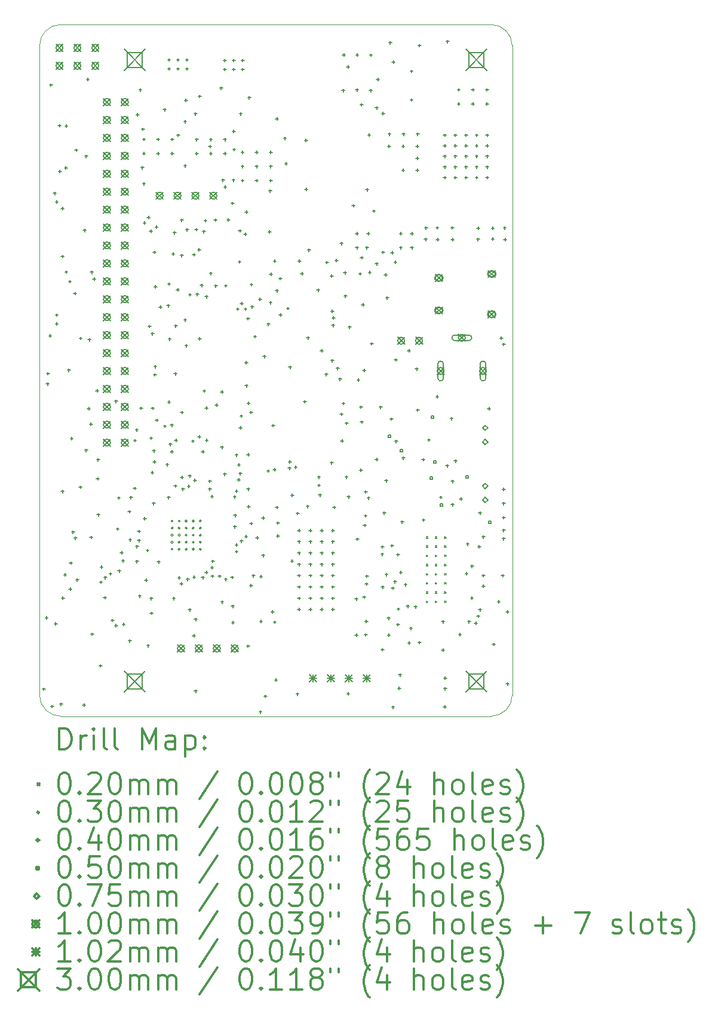
<source format=gbr>
%FSLAX45Y45*%
G04 Gerber Fmt 4.5, Leading zero omitted, Abs format (unit mm)*
G04 Created by KiCad (PCBNEW (5.1.9)-1) date 2021-01-16 15:24:34*
%MOMM*%
%LPD*%
G01*
G04 APERTURE LIST*
%TA.AperFunction,Profile*%
%ADD10C,0.100000*%
%TD*%
%ADD11C,0.200000*%
%ADD12C,0.300000*%
G04 APERTURE END LIST*
D10*
X6400000Y0D02*
G75*
G02*
X6700000Y-300000I0J-300000D01*
G01*
X300000Y-9800000D02*
G75*
G02*
X0Y-9500000I0J300000D01*
G01*
X300000Y-9800000D02*
X6400000Y-9800000D01*
X6700000Y-9500000D02*
X6700000Y-300000D01*
X6400000Y0D02*
X300000Y0D01*
X0Y-300000D02*
G75*
G02*
X300000Y0I300000J0D01*
G01*
X0Y-300000D02*
X0Y-9500000D01*
X6700000Y-9500000D02*
G75*
G02*
X6400000Y-9800000I-300000J0D01*
G01*
D11*
X5481710Y-7256250D02*
X5502030Y-7276570D01*
X5502030Y-7256250D02*
X5481710Y-7276570D01*
X5481710Y-7386250D02*
X5502030Y-7406570D01*
X5502030Y-7386250D02*
X5481710Y-7406570D01*
X5481710Y-7516250D02*
X5502030Y-7536570D01*
X5502030Y-7516250D02*
X5481710Y-7536570D01*
X5481710Y-7646250D02*
X5502030Y-7666570D01*
X5502030Y-7646250D02*
X5481710Y-7666570D01*
X5481710Y-7776250D02*
X5502030Y-7796570D01*
X5502030Y-7776250D02*
X5481710Y-7796570D01*
X5481710Y-7906250D02*
X5502030Y-7926570D01*
X5502030Y-7906250D02*
X5481710Y-7926570D01*
X5481710Y-8036250D02*
X5502030Y-8056570D01*
X5502030Y-8036250D02*
X5481710Y-8056570D01*
X5481710Y-8166250D02*
X5502030Y-8186570D01*
X5502030Y-8166250D02*
X5481710Y-8186570D01*
X5611710Y-7256250D02*
X5632030Y-7276570D01*
X5632030Y-7256250D02*
X5611710Y-7276570D01*
X5611710Y-7386250D02*
X5632030Y-7406570D01*
X5632030Y-7386250D02*
X5611710Y-7406570D01*
X5611710Y-7516250D02*
X5632030Y-7536570D01*
X5632030Y-7516250D02*
X5611710Y-7536570D01*
X5611710Y-7646250D02*
X5632030Y-7666570D01*
X5632030Y-7646250D02*
X5611710Y-7666570D01*
X5611710Y-7776250D02*
X5632030Y-7796570D01*
X5632030Y-7776250D02*
X5611710Y-7796570D01*
X5611710Y-7906250D02*
X5632030Y-7926570D01*
X5632030Y-7906250D02*
X5611710Y-7926570D01*
X5611710Y-8036250D02*
X5632030Y-8056570D01*
X5632030Y-8036250D02*
X5611710Y-8056570D01*
X5611710Y-8166250D02*
X5632030Y-8186570D01*
X5632030Y-8166250D02*
X5611710Y-8186570D01*
X5741710Y-7256250D02*
X5762030Y-7276570D01*
X5762030Y-7256250D02*
X5741710Y-7276570D01*
X5741710Y-7386250D02*
X5762030Y-7406570D01*
X5762030Y-7386250D02*
X5741710Y-7406570D01*
X5741710Y-7516250D02*
X5762030Y-7536570D01*
X5762030Y-7516250D02*
X5741710Y-7536570D01*
X5741710Y-7646250D02*
X5762030Y-7666570D01*
X5762030Y-7646250D02*
X5741710Y-7666570D01*
X5741710Y-7776250D02*
X5762030Y-7796570D01*
X5762030Y-7776250D02*
X5741710Y-7796570D01*
X5741710Y-7906250D02*
X5762030Y-7926570D01*
X5762030Y-7906250D02*
X5741710Y-7926570D01*
X5741710Y-8036250D02*
X5762030Y-8056570D01*
X5762030Y-8036250D02*
X5741710Y-8056570D01*
X5741710Y-8166250D02*
X5762030Y-8186570D01*
X5762030Y-8166250D02*
X5741710Y-8186570D01*
X1893380Y-7034580D02*
G75*
G03*
X1893380Y-7034580I-15000J0D01*
G01*
X1893380Y-7134580D02*
G75*
G03*
X1893380Y-7134580I-15000J0D01*
G01*
X1893380Y-7234580D02*
G75*
G03*
X1893380Y-7234580I-15000J0D01*
G01*
X1893380Y-7334580D02*
G75*
G03*
X1893380Y-7334580I-15000J0D01*
G01*
X1893380Y-7434580D02*
G75*
G03*
X1893380Y-7434580I-15000J0D01*
G01*
X1993380Y-7034580D02*
G75*
G03*
X1993380Y-7034580I-15000J0D01*
G01*
X1993380Y-7134580D02*
G75*
G03*
X1993380Y-7134580I-15000J0D01*
G01*
X1993380Y-7234580D02*
G75*
G03*
X1993380Y-7234580I-15000J0D01*
G01*
X1993380Y-7334580D02*
G75*
G03*
X1993380Y-7334580I-15000J0D01*
G01*
X1993380Y-7434580D02*
G75*
G03*
X1993380Y-7434580I-15000J0D01*
G01*
X2093380Y-7034580D02*
G75*
G03*
X2093380Y-7034580I-15000J0D01*
G01*
X2093380Y-7134580D02*
G75*
G03*
X2093380Y-7134580I-15000J0D01*
G01*
X2093380Y-7234580D02*
G75*
G03*
X2093380Y-7234580I-15000J0D01*
G01*
X2093380Y-7334580D02*
G75*
G03*
X2093380Y-7334580I-15000J0D01*
G01*
X2093380Y-7434580D02*
G75*
G03*
X2093380Y-7434580I-15000J0D01*
G01*
X2193380Y-7034580D02*
G75*
G03*
X2193380Y-7034580I-15000J0D01*
G01*
X2193380Y-7134580D02*
G75*
G03*
X2193380Y-7134580I-15000J0D01*
G01*
X2193380Y-7234580D02*
G75*
G03*
X2193380Y-7234580I-15000J0D01*
G01*
X2193380Y-7334580D02*
G75*
G03*
X2193380Y-7334580I-15000J0D01*
G01*
X2193380Y-7434580D02*
G75*
G03*
X2193380Y-7434580I-15000J0D01*
G01*
X2293380Y-7034580D02*
G75*
G03*
X2293380Y-7034580I-15000J0D01*
G01*
X2293380Y-7134580D02*
G75*
G03*
X2293380Y-7134580I-15000J0D01*
G01*
X2293380Y-7234580D02*
G75*
G03*
X2293380Y-7234580I-15000J0D01*
G01*
X2293380Y-7334580D02*
G75*
G03*
X2293380Y-7334580I-15000J0D01*
G01*
X2293380Y-7434580D02*
G75*
G03*
X2293380Y-7434580I-15000J0D01*
G01*
X60002Y-9395000D02*
X60002Y-9435000D01*
X40002Y-9415000D02*
X80002Y-9415000D01*
X100000Y-8385000D02*
X100000Y-8425000D01*
X80000Y-8405000D02*
X120000Y-8405000D01*
X115000Y-5070000D02*
X115000Y-5110000D01*
X95000Y-5090000D02*
X135000Y-5090000D01*
X120003Y-4925000D02*
X120003Y-4965000D01*
X100003Y-4945000D02*
X140004Y-4945000D01*
X150004Y-4389087D02*
X150004Y-4429087D01*
X130004Y-4409087D02*
X170004Y-4409087D01*
X163068Y-833948D02*
X163068Y-873948D01*
X143068Y-853948D02*
X183068Y-853948D01*
X180000Y-9640000D02*
X180000Y-9680000D01*
X160000Y-9660000D02*
X200000Y-9660000D01*
X215000Y-2370000D02*
X215000Y-2410000D01*
X195000Y-2390000D02*
X235000Y-2390000D01*
X230000Y-8470000D02*
X230000Y-8510000D01*
X210000Y-8490000D02*
X250000Y-8490000D01*
X244719Y-4094864D02*
X244719Y-4134864D01*
X224719Y-4114864D02*
X264719Y-4114864D01*
X245000Y-2490000D02*
X245000Y-2530000D01*
X225000Y-2510000D02*
X265000Y-2510000D01*
X245000Y-4220000D02*
X245000Y-4260000D01*
X225000Y-4240000D02*
X265000Y-4240000D01*
X285000Y-1410000D02*
X285000Y-1450000D01*
X265000Y-1430000D02*
X305000Y-1430000D01*
X290000Y-2060000D02*
X290000Y-2100000D01*
X270000Y-2080000D02*
X310000Y-2080000D01*
X305000Y-9610000D02*
X305000Y-9650000D01*
X285000Y-9630000D02*
X325000Y-9630000D01*
X325000Y-2585000D02*
X325000Y-2625000D01*
X305000Y-2605000D02*
X345000Y-2605000D01*
X325000Y-3265000D02*
X325000Y-3305000D01*
X305000Y-3285000D02*
X345000Y-3285000D01*
X325000Y-6595000D02*
X325000Y-6635000D01*
X305000Y-6615000D02*
X345000Y-6615000D01*
X330000Y-8105000D02*
X330000Y-8145000D01*
X310000Y-8125000D02*
X350000Y-8125000D01*
X362503Y-7774837D02*
X362503Y-7814837D01*
X342503Y-7794837D02*
X382503Y-7794837D01*
X372857Y-2008524D02*
X372857Y-2048524D01*
X352857Y-2028524D02*
X392857Y-2028524D01*
X379762Y-1416735D02*
X379762Y-1456735D01*
X359762Y-1436735D02*
X399762Y-1436735D01*
X380000Y-3485000D02*
X380000Y-3525000D01*
X360000Y-3505000D02*
X400000Y-3505000D01*
X415001Y-4875280D02*
X415001Y-4915280D01*
X395001Y-4895280D02*
X435001Y-4895280D01*
X431019Y-3619197D02*
X431019Y-3659197D01*
X411019Y-3639197D02*
X451019Y-3639197D01*
X434989Y-7978841D02*
X434989Y-8018841D01*
X414989Y-7998841D02*
X454989Y-7998841D01*
X444064Y-7608224D02*
X444064Y-7648224D01*
X424064Y-7628224D02*
X464064Y-7628224D01*
X455000Y-5845000D02*
X455000Y-5885000D01*
X435000Y-5865000D02*
X475000Y-5865000D01*
X475695Y-7170879D02*
X475695Y-7210879D01*
X455695Y-7190879D02*
X495695Y-7190879D01*
X502400Y-3790000D02*
X502400Y-3830000D01*
X482400Y-3810000D02*
X522400Y-3810000D01*
X507692Y-7255000D02*
X507692Y-7295000D01*
X487692Y-7275000D02*
X527693Y-7275000D01*
X521462Y-1758000D02*
X521462Y-1798000D01*
X501462Y-1778000D02*
X541462Y-1778000D01*
X533463Y-7846814D02*
X533463Y-7886814D01*
X513463Y-7866814D02*
X553463Y-7866814D01*
X578446Y-6533479D02*
X578446Y-6573479D01*
X558446Y-6553479D02*
X598446Y-6553479D01*
X582504Y-4425255D02*
X582504Y-4465255D01*
X562504Y-4445255D02*
X602504Y-4445255D01*
X630000Y-9620000D02*
X630000Y-9660000D01*
X610000Y-9640000D02*
X650000Y-9640000D01*
X640000Y-2895000D02*
X640000Y-2935000D01*
X620000Y-2915000D02*
X660000Y-2915000D01*
X660006Y-6010007D02*
X660006Y-6050007D01*
X640006Y-6030007D02*
X680006Y-6030007D01*
X661416Y-1844360D02*
X661416Y-1884360D01*
X641416Y-1864360D02*
X681416Y-1864360D01*
X685000Y-755000D02*
X685000Y-795000D01*
X665000Y-775000D02*
X705000Y-775000D01*
X697509Y-5420216D02*
X697509Y-5460216D01*
X677509Y-5440216D02*
X717509Y-5440216D01*
X707505Y-4443467D02*
X707505Y-4483467D01*
X687505Y-4463467D02*
X727505Y-4463467D01*
X730000Y-5640000D02*
X730000Y-5680000D01*
X710000Y-5660000D02*
X750000Y-5660000D01*
X733695Y-7243695D02*
X733695Y-7283695D01*
X713695Y-7263695D02*
X753695Y-7263695D01*
X741235Y-3486710D02*
X741235Y-3526710D01*
X721235Y-3506710D02*
X761235Y-3506710D01*
X745000Y-8615000D02*
X745000Y-8655000D01*
X725000Y-8635000D02*
X765000Y-8635000D01*
X773684Y-3583752D02*
X773684Y-3623752D01*
X753684Y-3603752D02*
X793684Y-3603752D01*
X817685Y-5167557D02*
X817685Y-5207557D01*
X797685Y-5187557D02*
X837685Y-5187557D01*
X825000Y-6415001D02*
X825000Y-6455001D01*
X805000Y-6435001D02*
X845000Y-6435001D01*
X830000Y-6145000D02*
X830000Y-6185000D01*
X810000Y-6165000D02*
X850000Y-6165000D01*
X835000Y-6925000D02*
X835000Y-6965000D01*
X815000Y-6945000D02*
X855000Y-6945000D01*
X865000Y-9065000D02*
X865000Y-9105000D01*
X845000Y-9085000D02*
X885000Y-9085000D01*
X870224Y-7878515D02*
X870224Y-7918515D01*
X850224Y-7898515D02*
X890224Y-7898515D01*
X879074Y-7664535D02*
X879074Y-7704535D01*
X859074Y-7684535D02*
X899074Y-7684535D01*
X925576Y-8099364D02*
X925576Y-8139364D01*
X905576Y-8119364D02*
X945576Y-8119364D01*
X932033Y-7813094D02*
X932033Y-7853094D01*
X912033Y-7833094D02*
X952033Y-7833094D01*
X1005140Y-7760601D02*
X1005140Y-7800601D01*
X985140Y-7780601D02*
X1025140Y-7780601D01*
X1035000Y-8420000D02*
X1035000Y-8460000D01*
X1015000Y-8440000D02*
X1055000Y-8440000D01*
X1083668Y-8495706D02*
X1083668Y-8535706D01*
X1063668Y-8515706D02*
X1103668Y-8515706D01*
X1085000Y-5316788D02*
X1085000Y-5356788D01*
X1065000Y-5336788D02*
X1105000Y-5336788D01*
X1106400Y-7125000D02*
X1106400Y-7165000D01*
X1086400Y-7145000D02*
X1126400Y-7145000D01*
X1125000Y-6685000D02*
X1125000Y-6725000D01*
X1105000Y-6705000D02*
X1145000Y-6705000D01*
X1130000Y-7719414D02*
X1130000Y-7759414D01*
X1110000Y-7739414D02*
X1150000Y-7739414D01*
X1163018Y-7460835D02*
X1163018Y-7500835D01*
X1143018Y-7480835D02*
X1183018Y-7480835D01*
X1184656Y-7575616D02*
X1184656Y-7615616D01*
X1164656Y-7595616D02*
X1204656Y-7595616D01*
X1192530Y-8477530D02*
X1192530Y-8517530D01*
X1172530Y-8497530D02*
X1212530Y-8497530D01*
X1275000Y-6880000D02*
X1275000Y-6920000D01*
X1255000Y-6900000D02*
X1295000Y-6900000D01*
X1280160Y-8711250D02*
X1280160Y-8751250D01*
X1260160Y-8731250D02*
X1300160Y-8731250D01*
X1285000Y-7279997D02*
X1285000Y-7319997D01*
X1265000Y-7299997D02*
X1305000Y-7299997D01*
X1295000Y-6680000D02*
X1295000Y-6720000D01*
X1275000Y-6700000D02*
X1315000Y-6700000D01*
X1350000Y-6550000D02*
X1350000Y-6590000D01*
X1330000Y-6570000D02*
X1370000Y-6570000D01*
X1353905Y-5871723D02*
X1353905Y-5911723D01*
X1333905Y-5891723D02*
X1373905Y-5891723D01*
X1377496Y-5722500D02*
X1377496Y-5762500D01*
X1357496Y-5742500D02*
X1397496Y-5742500D01*
X1380000Y-7585000D02*
X1380000Y-7625000D01*
X1360000Y-7605000D02*
X1400000Y-7605000D01*
X1380874Y-7374999D02*
X1380874Y-7414999D01*
X1360874Y-7394999D02*
X1400874Y-7394999D01*
X1390000Y-1255000D02*
X1390000Y-1295000D01*
X1370000Y-1275000D02*
X1410000Y-1275000D01*
X1409134Y-7289549D02*
X1409134Y-7329549D01*
X1389134Y-7309549D02*
X1429134Y-7309549D01*
X1410000Y-7160000D02*
X1410000Y-7200000D01*
X1390000Y-7180000D02*
X1430000Y-7180000D01*
X1419796Y-8076856D02*
X1419796Y-8116856D01*
X1399796Y-8096856D02*
X1439796Y-8096856D01*
X1430000Y-905000D02*
X1430000Y-945000D01*
X1410000Y-925000D02*
X1450000Y-925000D01*
X1440000Y-5415000D02*
X1440000Y-5455000D01*
X1420000Y-5435000D02*
X1460000Y-5435000D01*
X1456054Y-2005603D02*
X1456054Y-2045603D01*
X1436054Y-2025603D02*
X1476054Y-2025603D01*
X1465000Y-1460000D02*
X1465000Y-1500000D01*
X1445000Y-1480000D02*
X1485000Y-1480000D01*
X1479550Y-1605600D02*
X1479550Y-1645600D01*
X1459550Y-1625600D02*
X1499550Y-1625600D01*
X1479550Y-1805600D02*
X1479550Y-1845600D01*
X1459550Y-1825600D02*
X1499550Y-1825600D01*
X1480000Y-2235000D02*
X1480000Y-2275000D01*
X1460000Y-2255000D02*
X1500000Y-2255000D01*
X1487975Y-2788820D02*
X1487975Y-2828820D01*
X1467975Y-2808820D02*
X1507975Y-2808820D01*
X1490000Y-6980000D02*
X1490000Y-7020000D01*
X1470000Y-7000000D02*
X1510000Y-7000000D01*
X1509815Y-7849416D02*
X1509815Y-7889416D01*
X1489815Y-7869416D02*
X1529815Y-7869416D01*
X1530000Y-7430000D02*
X1530000Y-7470000D01*
X1510000Y-7450000D02*
X1550000Y-7450000D01*
X1540000Y-8780000D02*
X1540000Y-8820000D01*
X1520000Y-8800000D02*
X1560000Y-8800000D01*
X1544329Y-2712339D02*
X1544329Y-2752339D01*
X1524329Y-2732339D02*
X1564329Y-2732339D01*
X1560000Y-4255000D02*
X1560000Y-4295000D01*
X1540000Y-4275000D02*
X1580000Y-4275000D01*
X1580000Y-2905874D02*
X1580000Y-2945874D01*
X1560000Y-2925874D02*
X1600000Y-2925874D01*
X1581537Y-5838463D02*
X1581537Y-5878463D01*
X1561537Y-5858463D02*
X1601537Y-5858463D01*
X1585000Y-8110000D02*
X1585000Y-8150000D01*
X1565000Y-8130000D02*
X1605000Y-8130000D01*
X1587500Y-8320000D02*
X1587500Y-8360000D01*
X1567500Y-8340000D02*
X1607500Y-8340000D01*
X1597718Y-6325936D02*
X1597718Y-6365936D01*
X1577718Y-6345936D02*
X1617718Y-6345936D01*
X1600000Y-4360000D02*
X1600000Y-4400000D01*
X1580000Y-4380000D02*
X1620000Y-4380000D01*
X1605002Y-5415000D02*
X1605002Y-5455000D01*
X1585002Y-5435000D02*
X1625002Y-5435000D01*
X1616964Y-6763832D02*
X1616964Y-6803832D01*
X1596964Y-6783832D02*
X1636964Y-6783832D01*
X1620000Y-6020000D02*
X1620000Y-6060000D01*
X1600000Y-6040000D02*
X1640000Y-6040000D01*
X1630000Y-6175000D02*
X1630000Y-6215000D01*
X1610000Y-6195000D02*
X1650000Y-6195000D01*
X1630000Y-3205000D02*
X1630000Y-3245000D01*
X1610000Y-3225000D02*
X1650000Y-3225000D01*
X1635000Y-4940000D02*
X1635000Y-4980000D01*
X1615000Y-4960000D02*
X1655000Y-4960000D01*
X1640000Y-4825000D02*
X1640000Y-4865000D01*
X1620000Y-4845000D02*
X1660000Y-4845000D01*
X1645000Y-3695000D02*
X1645000Y-3735000D01*
X1625000Y-3715000D02*
X1665000Y-3715000D01*
X1657654Y-2845873D02*
X1657654Y-2885873D01*
X1637654Y-2865873D02*
X1677654Y-2865873D01*
X1665000Y-5585000D02*
X1665000Y-5625000D01*
X1645000Y-5605000D02*
X1685000Y-5605000D01*
X1679550Y-1605600D02*
X1679550Y-1645600D01*
X1659550Y-1625600D02*
X1699550Y-1625600D01*
X1679550Y-1805600D02*
X1679550Y-1845600D01*
X1659550Y-1825600D02*
X1699550Y-1825600D01*
X1690000Y-7595000D02*
X1690000Y-7635000D01*
X1670000Y-7615000D02*
X1710000Y-7615000D01*
X1715000Y-3980000D02*
X1715000Y-4020000D01*
X1695000Y-4000000D02*
X1735000Y-4000000D01*
X1773936Y-1183452D02*
X1773936Y-1223452D01*
X1753936Y-1203452D02*
X1793936Y-1203452D01*
X1775182Y-5670179D02*
X1775182Y-5710179D01*
X1755182Y-5690179D02*
X1795182Y-5690179D01*
X1810000Y-6215000D02*
X1810000Y-6255000D01*
X1790000Y-6235000D02*
X1830000Y-6235000D01*
X1825000Y-3960000D02*
X1825000Y-4000000D01*
X1805000Y-3980000D02*
X1845000Y-3980000D01*
X1829145Y-6680241D02*
X1829145Y-6720241D01*
X1809145Y-6700241D02*
X1849145Y-6700241D01*
X1835000Y-3655000D02*
X1835000Y-3695000D01*
X1815000Y-3675000D02*
X1855000Y-3675000D01*
X1835000Y-5327502D02*
X1835000Y-5367502D01*
X1815000Y-5347502D02*
X1855000Y-5347502D01*
X1836420Y-479110D02*
X1836420Y-519110D01*
X1816420Y-499110D02*
X1856420Y-499110D01*
X1836420Y-606110D02*
X1836420Y-646110D01*
X1816420Y-626110D02*
X1856420Y-626110D01*
X1845000Y-4435000D02*
X1845000Y-4475000D01*
X1825000Y-4455000D02*
X1865000Y-4455000D01*
X1855000Y-5925000D02*
X1855000Y-5965000D01*
X1835000Y-5945000D02*
X1875000Y-5945000D01*
X1875000Y-5654998D02*
X1875000Y-5694998D01*
X1855000Y-5674998D02*
X1895000Y-5674998D01*
X1875151Y-6030005D02*
X1875151Y-6070005D01*
X1855151Y-6050005D02*
X1895151Y-6050005D01*
X1879550Y-1605600D02*
X1879550Y-1645600D01*
X1859550Y-1625600D02*
X1899550Y-1625600D01*
X1879550Y-1805600D02*
X1879550Y-1845600D01*
X1859550Y-1825600D02*
X1899550Y-1825600D01*
X1895976Y-3228243D02*
X1895976Y-3268243D01*
X1875976Y-3248243D02*
X1915976Y-3248243D01*
X1903730Y-8110540D02*
X1903730Y-8150540D01*
X1883730Y-8130540D02*
X1923730Y-8130540D01*
X1915000Y-2930000D02*
X1915000Y-2970000D01*
X1895000Y-2950000D02*
X1935000Y-2950000D01*
X1925000Y-6515000D02*
X1925000Y-6555000D01*
X1905000Y-6535000D02*
X1945000Y-6535000D01*
X1925418Y-4925308D02*
X1925418Y-4965308D01*
X1905418Y-4945308D02*
X1945418Y-4945308D01*
X1932376Y-4249740D02*
X1932376Y-4289740D01*
X1912376Y-4269740D02*
X1952376Y-4269740D01*
X1935000Y-5870000D02*
X1935000Y-5910000D01*
X1915000Y-5890000D02*
X1955000Y-5890000D01*
X1960000Y-3735000D02*
X1960000Y-3775000D01*
X1940000Y-3755000D02*
X1980000Y-3755000D01*
X1963420Y-479110D02*
X1963420Y-519110D01*
X1943420Y-499110D02*
X1983420Y-499110D01*
X1963420Y-606110D02*
X1963420Y-646110D01*
X1943420Y-626110D02*
X1983420Y-626110D01*
X1965000Y-1545000D02*
X1965000Y-1585000D01*
X1945000Y-1565000D02*
X1985000Y-1565000D01*
X1979223Y-7817553D02*
X1979223Y-7857553D01*
X1959223Y-7837553D02*
X1999223Y-7837553D01*
X2009637Y-7902259D02*
X2009637Y-7942259D01*
X1989637Y-7922259D02*
X2029637Y-7922259D01*
X2015000Y-2750000D02*
X2015000Y-2790000D01*
X1995000Y-2770000D02*
X2035000Y-2770000D01*
X2015000Y-3250000D02*
X2015000Y-3290000D01*
X1995000Y-3270000D02*
X2035000Y-3270000D01*
X2020000Y-5475000D02*
X2020000Y-5515000D01*
X2000000Y-5495000D02*
X2040000Y-5495000D01*
X2020000Y-6395000D02*
X2020000Y-6435000D01*
X2000000Y-6415000D02*
X2040000Y-6415000D01*
X2032733Y-6561078D02*
X2032733Y-6601078D01*
X2012733Y-6581078D02*
X2052733Y-6581078D01*
X2065000Y-1980000D02*
X2065000Y-2020000D01*
X2045000Y-2000000D02*
X2085000Y-2000000D01*
X2065000Y-4165000D02*
X2065000Y-4205000D01*
X2045000Y-4185000D02*
X2085000Y-4185000D01*
X2065001Y-1355000D02*
X2065001Y-1395000D01*
X2045001Y-1375000D02*
X2085001Y-1375000D01*
X2076450Y-1050610D02*
X2076450Y-1090610D01*
X2056450Y-1070610D02*
X2096450Y-1070610D01*
X2080000Y-4530000D02*
X2080000Y-4570000D01*
X2060000Y-4550000D02*
X2100000Y-4550000D01*
X2090420Y-479110D02*
X2090420Y-519110D01*
X2070420Y-499110D02*
X2110420Y-499110D01*
X2090420Y-606110D02*
X2090420Y-646110D01*
X2070420Y-626110D02*
X2110420Y-626110D01*
X2093329Y-2887156D02*
X2093329Y-2927156D01*
X2073329Y-2907156D02*
X2113330Y-2907156D01*
X2100000Y-7840000D02*
X2100000Y-7880000D01*
X2080000Y-7860000D02*
X2120000Y-7860000D01*
X2114227Y-6522883D02*
X2114227Y-6562883D01*
X2094227Y-6542883D02*
X2134227Y-6542883D01*
X2127706Y-8269824D02*
X2127706Y-8309824D01*
X2107706Y-8289824D02*
X2147706Y-8289824D01*
X2130000Y-6375000D02*
X2130000Y-6415000D01*
X2110000Y-6395000D02*
X2150000Y-6395000D01*
X2132843Y-3806928D02*
X2132843Y-3846928D01*
X2112843Y-3826928D02*
X2152843Y-3826928D01*
X2175000Y-5880000D02*
X2175000Y-5920000D01*
X2155000Y-5900000D02*
X2195000Y-5900000D01*
X2188972Y-8638099D02*
X2188972Y-8678099D01*
X2168972Y-8658099D02*
X2208972Y-8658099D01*
X2190000Y-3240000D02*
X2190000Y-3280000D01*
X2170000Y-3260000D02*
X2210000Y-3260000D01*
X2190111Y-7809914D02*
X2190111Y-7849914D01*
X2170111Y-7829914D02*
X2210111Y-7829914D01*
X2201133Y-6436046D02*
X2201133Y-6476046D01*
X2181133Y-6456046D02*
X2221133Y-6456046D01*
X2210000Y-1245000D02*
X2210000Y-1285000D01*
X2190000Y-1265000D02*
X2230000Y-1265000D01*
X2213864Y-9422704D02*
X2213864Y-9462704D01*
X2193864Y-9442704D02*
X2233864Y-9442704D01*
X2214531Y-8406200D02*
X2214531Y-8446200D01*
X2194531Y-8426200D02*
X2234531Y-8426200D01*
X2222425Y-2884500D02*
X2222425Y-2924500D01*
X2202425Y-2904500D02*
X2242425Y-2904500D01*
X2227580Y-1606870D02*
X2227580Y-1646870D01*
X2207580Y-1626870D02*
X2247580Y-1626870D01*
X2227580Y-1806870D02*
X2227580Y-1846870D01*
X2207580Y-1826870D02*
X2247580Y-1826870D01*
X2235000Y-3800000D02*
X2235000Y-3840000D01*
X2215000Y-3820000D02*
X2255000Y-3820000D01*
X2262119Y-3167766D02*
X2262119Y-3207766D01*
X2242119Y-3187766D02*
X2282119Y-3187766D01*
X2265000Y-5820000D02*
X2265000Y-5860000D01*
X2245000Y-5840000D02*
X2285000Y-5840000D01*
X2270000Y-4430000D02*
X2270000Y-4470000D01*
X2250000Y-4450000D02*
X2290000Y-4450000D01*
X2270764Y-995976D02*
X2270764Y-1035976D01*
X2250764Y-1015976D02*
X2290764Y-1015976D01*
X2297259Y-3673361D02*
X2297259Y-3713361D01*
X2277259Y-3693361D02*
X2317259Y-3693361D01*
X2315000Y-6030000D02*
X2315000Y-6070000D01*
X2295000Y-6050000D02*
X2335000Y-6050000D01*
X2315112Y-7814654D02*
X2315112Y-7854654D01*
X2295112Y-7834654D02*
X2335112Y-7834654D01*
X2328677Y-2911178D02*
X2328677Y-2951178D01*
X2308677Y-2931178D02*
X2348677Y-2931178D01*
X2335000Y-5170000D02*
X2335000Y-5210000D01*
X2315000Y-5190000D02*
X2355000Y-5190000D01*
X2352079Y-2757274D02*
X2352079Y-2797274D01*
X2332079Y-2777274D02*
X2372079Y-2777274D01*
X2365000Y-5411022D02*
X2365000Y-5451022D01*
X2345000Y-5431022D02*
X2385000Y-5431022D01*
X2365001Y-3835000D02*
X2365001Y-3875000D01*
X2345001Y-3855000D02*
X2385001Y-3855000D01*
X2366489Y-7740758D02*
X2366489Y-7780758D01*
X2346489Y-7760758D02*
X2386489Y-7760758D01*
X2370000Y-5870000D02*
X2370000Y-5910000D01*
X2350000Y-5890000D02*
X2390000Y-5890000D01*
X2415000Y-6560000D02*
X2415000Y-6600000D01*
X2395000Y-6580000D02*
X2435000Y-6580000D01*
X2415479Y-6447353D02*
X2415479Y-6487353D01*
X2395479Y-6467353D02*
X2435479Y-6467353D01*
X2417494Y-1705676D02*
X2417494Y-1745676D01*
X2397494Y-1725676D02*
X2437494Y-1725676D01*
X2427580Y-1606870D02*
X2427580Y-1646870D01*
X2407580Y-1626870D02*
X2447580Y-1626870D01*
X2427580Y-1806870D02*
X2427580Y-1846870D01*
X2407580Y-1826870D02*
X2447580Y-1826870D01*
X2428239Y-3505371D02*
X2428239Y-3545371D01*
X2408239Y-3525371D02*
X2448239Y-3525371D01*
X2445121Y-7673292D02*
X2445121Y-7713292D01*
X2425121Y-7693292D02*
X2465121Y-7693292D01*
X2446020Y-6664998D02*
X2446020Y-6704998D01*
X2426020Y-6684998D02*
X2466020Y-6684998D01*
X2449952Y-7793294D02*
X2449952Y-7833294D01*
X2429952Y-7813294D02*
X2469952Y-7813294D01*
X2454910Y-7583490D02*
X2454910Y-7623490D01*
X2434910Y-7603490D02*
X2474910Y-7603490D01*
X2492979Y-2748946D02*
X2492979Y-2788946D01*
X2472979Y-2768946D02*
X2512979Y-2768946D01*
X2497337Y-3682498D02*
X2497337Y-3722498D01*
X2477337Y-3702498D02*
X2517337Y-3702498D01*
X2510000Y-5370000D02*
X2510000Y-5410000D01*
X2490000Y-5390000D02*
X2530000Y-5390000D01*
X2551430Y-7794310D02*
X2551430Y-7834310D01*
X2531430Y-7814310D02*
X2571430Y-7814310D01*
X2575000Y-880000D02*
X2575000Y-920000D01*
X2555000Y-900000D02*
X2595000Y-900000D01*
X2585000Y-5185000D02*
X2585000Y-5225000D01*
X2565000Y-5205000D02*
X2605000Y-5205000D01*
X2587521Y-5967521D02*
X2587521Y-6007521D01*
X2567521Y-5987521D02*
X2607521Y-5987521D01*
X2588260Y-8161340D02*
X2588260Y-8201340D01*
X2568260Y-8181340D02*
X2608260Y-8181340D01*
X2600434Y-2184566D02*
X2600434Y-2224566D01*
X2580434Y-2204566D02*
X2620434Y-2204566D01*
X2624328Y-6349050D02*
X2624328Y-6389050D01*
X2604328Y-6369050D02*
X2644328Y-6369050D01*
X2626360Y-486730D02*
X2626360Y-526730D01*
X2606360Y-506730D02*
X2646360Y-506730D01*
X2626360Y-613730D02*
X2626360Y-653730D01*
X2606360Y-633730D02*
X2646360Y-633730D01*
X2627580Y-1606870D02*
X2627580Y-1646870D01*
X2607580Y-1626870D02*
X2647580Y-1626870D01*
X2627580Y-1806870D02*
X2627580Y-1846870D01*
X2607580Y-1826870D02*
X2647580Y-1826870D01*
X2630660Y-2278194D02*
X2630660Y-2318194D01*
X2610660Y-2298194D02*
X2650660Y-2298194D01*
X2639469Y-7839856D02*
X2639469Y-7879856D01*
X2619469Y-7859856D02*
X2659469Y-7859856D01*
X2640000Y-3680000D02*
X2640000Y-3720000D01*
X2620000Y-3700000D02*
X2660000Y-3700000D01*
X2676906Y-2746314D02*
X2676906Y-2786314D01*
X2656906Y-2766314D02*
X2696906Y-2766314D01*
X2729998Y-7811051D02*
X2729998Y-7851051D01*
X2709998Y-7831051D02*
X2749998Y-7831051D01*
X2734867Y-2511312D02*
X2734867Y-2551312D01*
X2714867Y-2531312D02*
X2754867Y-2531312D01*
X2737612Y-8218744D02*
X2737612Y-8258744D01*
X2717612Y-8238744D02*
X2757612Y-8238744D01*
X2740406Y-8453186D02*
X2740406Y-8493186D01*
X2720406Y-8473186D02*
X2760406Y-8473186D01*
X2749567Y-2183134D02*
X2749567Y-2223134D01*
X2729567Y-2203134D02*
X2769567Y-2203134D01*
X2752090Y-1491300D02*
X2752090Y-1531300D01*
X2732090Y-1511300D02*
X2772090Y-1511300D01*
X2753360Y-486730D02*
X2753360Y-526730D01*
X2733360Y-506730D02*
X2773360Y-506730D01*
X2753360Y-613730D02*
X2753360Y-653730D01*
X2733360Y-633730D02*
X2773360Y-633730D01*
X2757580Y-1747840D02*
X2757580Y-1787840D01*
X2737580Y-1767840D02*
X2777580Y-1767840D01*
X2766143Y-6669998D02*
X2766143Y-6709998D01*
X2746143Y-6689998D02*
X2786143Y-6689998D01*
X2770000Y-7095000D02*
X2770000Y-7135000D01*
X2750000Y-7115000D02*
X2790000Y-7115000D01*
X2772824Y-6932499D02*
X2772824Y-6972499D01*
X2752824Y-6952499D02*
X2792824Y-6952499D01*
X2792884Y-7351501D02*
X2792884Y-7391501D01*
X2772884Y-7371501D02*
X2812884Y-7371501D01*
X2792961Y-7447039D02*
X2792961Y-7487039D01*
X2772961Y-7467039D02*
X2812961Y-7467039D01*
X2793175Y-6079048D02*
X2793175Y-6119048D01*
X2773175Y-6099048D02*
X2813175Y-6099048D01*
X2793175Y-6589090D02*
X2793175Y-6629090D01*
X2773175Y-6609090D02*
X2813175Y-6609090D01*
X2809627Y-4010438D02*
X2809627Y-4050438D01*
X2789627Y-4030438D02*
X2829627Y-4030438D01*
X2824780Y-6428409D02*
X2824780Y-6468409D01*
X2804780Y-6448409D02*
X2844780Y-6448409D01*
X2826004Y-6215192D02*
X2826004Y-6255192D01*
X2806004Y-6235192D02*
X2846004Y-6235192D01*
X2835000Y-3340000D02*
X2835000Y-3380000D01*
X2815000Y-3360000D02*
X2855000Y-3360000D01*
X2840000Y-2900000D02*
X2840000Y-2940000D01*
X2820000Y-2920000D02*
X2860000Y-2920000D01*
X2845217Y-6340759D02*
X2845217Y-6380759D01*
X2825217Y-6360759D02*
X2865217Y-6360759D01*
X2849538Y-5690918D02*
X2849538Y-5730918D01*
X2829538Y-5710918D02*
X2869538Y-5710918D01*
X2852420Y-1244920D02*
X2852420Y-1284920D01*
X2832420Y-1264920D02*
X2872420Y-1264920D01*
X2860002Y-5525000D02*
X2860002Y-5565000D01*
X2840002Y-5545000D02*
X2880002Y-5545000D01*
X2864232Y-7296640D02*
X2864232Y-7336640D01*
X2844232Y-7316640D02*
X2884232Y-7316640D01*
X2865000Y-3930055D02*
X2865000Y-3970055D01*
X2845000Y-3950055D02*
X2885000Y-3950055D01*
X2877820Y-1789750D02*
X2877820Y-1829750D01*
X2857820Y-1809750D02*
X2897820Y-1809750D01*
X2877820Y-1989750D02*
X2877820Y-2029750D01*
X2857820Y-2009750D02*
X2897820Y-2009750D01*
X2877820Y-2189750D02*
X2877820Y-2229750D01*
X2857820Y-2209750D02*
X2897820Y-2209750D01*
X2880360Y-486730D02*
X2880360Y-526730D01*
X2860360Y-506730D02*
X2900360Y-506730D01*
X2880360Y-613730D02*
X2880360Y-653730D01*
X2860360Y-633730D02*
X2900360Y-633730D01*
X2915255Y-2949365D02*
X2915255Y-2989365D01*
X2895255Y-2969365D02*
X2935255Y-2969365D01*
X2920000Y-4010000D02*
X2920000Y-4050000D01*
X2900000Y-4030000D02*
X2940000Y-4030000D01*
X2927407Y-7232538D02*
X2927407Y-7272538D01*
X2907407Y-7252538D02*
X2947407Y-7252538D01*
X2930000Y-4770000D02*
X2930000Y-4810000D01*
X2910000Y-4790000D02*
X2950000Y-4790000D01*
X2935000Y-2635000D02*
X2935000Y-2675000D01*
X2915000Y-2655000D02*
X2955000Y-2655000D01*
X2935000Y-5095000D02*
X2935000Y-5135000D01*
X2915000Y-5115000D02*
X2955000Y-5115000D01*
X2955000Y-8785000D02*
X2955000Y-8825000D01*
X2935000Y-8805000D02*
X2975000Y-8805000D01*
X2955430Y-4144933D02*
X2955430Y-4184933D01*
X2935430Y-4164933D02*
X2975430Y-4164933D01*
X2957497Y-6073460D02*
X2957497Y-6113460D01*
X2937497Y-6093460D02*
X2977497Y-6093460D01*
X2957497Y-6559616D02*
X2957497Y-6599616D01*
X2937497Y-6579616D02*
X2977497Y-6579616D01*
X2962501Y-5343522D02*
X2962501Y-5383522D01*
X2942501Y-5363522D02*
X2982501Y-5363522D01*
X2965000Y-6810000D02*
X2965000Y-6850000D01*
X2945000Y-6830000D02*
X2985000Y-6830000D01*
X2971800Y-1014288D02*
X2971800Y-1054288D01*
X2951800Y-1034288D02*
X2991800Y-1034288D01*
X2997499Y-5475000D02*
X2997499Y-5515000D01*
X2977499Y-5495000D02*
X3017499Y-5495000D01*
X2998347Y-7928299D02*
X2998347Y-7968299D01*
X2978347Y-7948299D02*
X3018347Y-7948299D01*
X3000000Y-7049931D02*
X3000000Y-7089931D01*
X2980000Y-7069931D02*
X3020000Y-7069931D01*
X3004065Y-3662940D02*
X3004065Y-3702940D01*
X2984065Y-3682940D02*
X3024065Y-3682940D01*
X3014968Y-3977514D02*
X3014968Y-4017514D01*
X2994968Y-3997514D02*
X3034968Y-3997514D01*
X3033484Y-7789572D02*
X3033484Y-7829572D01*
X3013484Y-7809572D02*
X3053484Y-7809572D01*
X3055000Y-4400000D02*
X3055000Y-4440000D01*
X3035000Y-4420000D02*
X3075000Y-4420000D01*
X3077820Y-1789750D02*
X3077820Y-1829750D01*
X3057820Y-1809750D02*
X3097820Y-1809750D01*
X3077820Y-1989750D02*
X3077820Y-2029750D01*
X3057820Y-2009750D02*
X3097820Y-2009750D01*
X3077820Y-2189750D02*
X3077820Y-2229750D01*
X3057820Y-2209750D02*
X3097820Y-2209750D01*
X3085000Y-7250000D02*
X3085000Y-7290000D01*
X3065000Y-7270000D02*
X3105000Y-7270000D01*
X3125000Y-3870000D02*
X3125000Y-3910000D01*
X3105000Y-3890000D02*
X3145000Y-3890000D01*
X3130000Y-9720000D02*
X3130000Y-9760000D01*
X3110000Y-9740000D02*
X3150000Y-9740000D01*
X3140000Y-7800000D02*
X3140000Y-7840000D01*
X3120000Y-7820000D02*
X3160000Y-7820000D01*
X3140000Y-8435000D02*
X3140000Y-8475000D01*
X3120000Y-8455000D02*
X3160000Y-8455000D01*
X3170001Y-6970499D02*
X3170001Y-7010499D01*
X3150001Y-6990499D02*
X3190001Y-6990499D01*
X3170995Y-7500475D02*
X3170995Y-7540475D01*
X3150995Y-7520475D02*
X3190995Y-7520475D01*
X3187503Y-4681286D02*
X3187503Y-4721286D01*
X3167503Y-4701286D02*
X3207503Y-4701286D01*
X3200000Y-9495000D02*
X3200000Y-9535000D01*
X3180000Y-9515000D02*
X3220000Y-9515000D01*
X3240000Y-6305000D02*
X3240000Y-6345000D01*
X3220000Y-6325000D02*
X3260000Y-6325000D01*
X3245000Y-4225000D02*
X3245000Y-4265000D01*
X3225000Y-4245000D02*
X3265000Y-4245000D01*
X3260000Y-2915000D02*
X3260000Y-2955000D01*
X3240000Y-2935000D02*
X3280000Y-2935000D01*
X3269999Y-2335000D02*
X3269999Y-2375000D01*
X3249999Y-2355000D02*
X3289999Y-2355000D01*
X3275000Y-3920000D02*
X3275000Y-3960000D01*
X3255000Y-3940000D02*
X3295000Y-3940000D01*
X3277820Y-1789750D02*
X3277820Y-1829750D01*
X3257820Y-1809750D02*
X3297820Y-1809750D01*
X3277820Y-1989750D02*
X3277820Y-2029750D01*
X3257820Y-2009750D02*
X3297820Y-2009750D01*
X3277820Y-2189750D02*
X3277820Y-2229750D01*
X3257820Y-2209750D02*
X3297820Y-2209750D01*
X3279197Y-3514853D02*
X3279197Y-3554853D01*
X3259197Y-3534853D02*
X3299197Y-3534853D01*
X3301773Y-8300731D02*
X3301773Y-8340731D01*
X3281773Y-8320731D02*
X3321773Y-8320731D01*
X3311592Y-5661390D02*
X3311592Y-5701390D01*
X3291592Y-5681390D02*
X3331592Y-5681390D01*
X3332831Y-6284811D02*
X3332831Y-6324811D01*
X3312831Y-6304811D02*
X3352831Y-6304811D01*
X3335000Y-3330851D02*
X3335000Y-3370851D01*
X3315000Y-3350851D02*
X3355000Y-3350851D01*
X3335000Y-8445000D02*
X3335000Y-8485000D01*
X3315000Y-8465000D02*
X3355000Y-8465000D01*
X3350000Y-9265000D02*
X3350000Y-9305000D01*
X3330000Y-9285000D02*
X3370000Y-9285000D01*
X3365000Y-3749999D02*
X3365000Y-3789999D01*
X3345000Y-3769999D02*
X3385000Y-3769999D01*
X3365000Y-6820000D02*
X3365000Y-6860000D01*
X3345000Y-6840000D02*
X3385000Y-6840000D01*
X3365500Y-1314770D02*
X3365500Y-1354770D01*
X3345500Y-1334770D02*
X3385500Y-1334770D01*
X3380000Y-7040000D02*
X3380000Y-7080000D01*
X3360000Y-7060000D02*
X3400000Y-7060000D01*
X3380000Y-7225000D02*
X3380000Y-7265000D01*
X3360000Y-7245000D02*
X3400000Y-7245000D01*
X3413760Y-3577910D02*
X3413760Y-3617910D01*
X3393760Y-3597910D02*
X3433760Y-3597910D01*
X3417446Y-4092808D02*
X3417446Y-4132808D01*
X3397446Y-4112808D02*
X3437446Y-4112808D01*
X3478530Y-1590360D02*
X3478530Y-1630360D01*
X3458530Y-1610360D02*
X3498530Y-1610360D01*
X3495000Y-1950000D02*
X3495000Y-1990000D01*
X3475000Y-1970000D02*
X3515000Y-1970000D01*
X3520000Y-4000000D02*
X3520000Y-4040000D01*
X3500000Y-4020000D02*
X3540000Y-4020000D01*
X3542029Y-6264693D02*
X3542029Y-6304693D01*
X3522029Y-6284693D02*
X3562029Y-6284693D01*
X3549178Y-6174719D02*
X3549178Y-6214719D01*
X3529178Y-6194719D02*
X3569178Y-6194719D01*
X3552501Y-4835000D02*
X3552501Y-4875000D01*
X3532501Y-4855000D02*
X3572501Y-4855000D01*
X3580000Y-7580000D02*
X3580000Y-7620000D01*
X3560000Y-7600000D02*
X3600000Y-7600000D01*
X3581666Y-6650000D02*
X3581666Y-6690000D01*
X3561666Y-6670000D02*
X3601666Y-6670000D01*
X3630000Y-6250000D02*
X3630000Y-6290000D01*
X3610000Y-6270000D02*
X3650000Y-6270000D01*
X3655000Y-9465000D02*
X3655000Y-9505000D01*
X3635000Y-9485000D02*
X3675000Y-9485000D01*
X3660000Y-6905000D02*
X3660000Y-6945000D01*
X3640000Y-6925000D02*
X3680000Y-6925000D01*
X3679190Y-7146610D02*
X3679190Y-7186610D01*
X3659190Y-7166610D02*
X3699190Y-7166610D01*
X3679190Y-7306610D02*
X3679190Y-7346610D01*
X3659190Y-7326610D02*
X3699190Y-7326610D01*
X3679190Y-7466610D02*
X3679190Y-7506610D01*
X3659190Y-7486610D02*
X3699190Y-7486610D01*
X3679190Y-7626610D02*
X3679190Y-7666610D01*
X3659190Y-7646610D02*
X3699190Y-7646610D01*
X3679190Y-7786610D02*
X3679190Y-7826610D01*
X3659190Y-7806610D02*
X3699190Y-7806610D01*
X3679190Y-7946610D02*
X3679190Y-7986610D01*
X3659190Y-7966610D02*
X3699190Y-7966610D01*
X3679190Y-8106610D02*
X3679190Y-8146610D01*
X3659190Y-8126610D02*
X3699190Y-8126610D01*
X3679190Y-8266610D02*
X3679190Y-8306610D01*
X3659190Y-8286610D02*
X3699190Y-8286610D01*
X3685000Y-3330852D02*
X3685000Y-3370852D01*
X3665000Y-3350852D02*
X3705000Y-3350852D01*
X3720000Y-3508849D02*
X3720000Y-3548849D01*
X3700000Y-3528849D02*
X3740000Y-3528849D01*
X3760000Y-5322502D02*
X3760000Y-5362502D01*
X3740000Y-5342502D02*
X3780000Y-5342502D01*
X3775964Y-1620332D02*
X3775964Y-1660332D01*
X3755964Y-1640332D02*
X3795964Y-1640332D01*
X3780000Y-2315000D02*
X3780000Y-2355000D01*
X3760000Y-2335000D02*
X3800000Y-2335000D01*
X3800000Y-6804998D02*
X3800000Y-6844998D01*
X3780000Y-6824998D02*
X3820000Y-6824998D01*
X3805000Y-4417501D02*
X3805000Y-4457501D01*
X3785000Y-4437501D02*
X3825000Y-4437501D01*
X3820000Y-3174876D02*
X3820000Y-3214876D01*
X3800000Y-3194876D02*
X3840000Y-3194876D01*
X3839190Y-7146610D02*
X3839190Y-7186610D01*
X3819190Y-7166610D02*
X3859190Y-7166610D01*
X3839190Y-7306610D02*
X3839190Y-7346610D01*
X3819190Y-7326610D02*
X3859190Y-7326610D01*
X3839190Y-7466610D02*
X3839190Y-7506610D01*
X3819190Y-7486610D02*
X3859190Y-7486610D01*
X3839190Y-7626610D02*
X3839190Y-7666610D01*
X3819190Y-7646610D02*
X3859190Y-7646610D01*
X3839190Y-7786610D02*
X3839190Y-7826610D01*
X3819190Y-7806610D02*
X3859190Y-7806610D01*
X3839190Y-7946610D02*
X3839190Y-7986610D01*
X3819190Y-7966610D02*
X3859190Y-7966610D01*
X3839190Y-8106610D02*
X3839190Y-8146610D01*
X3819190Y-8126610D02*
X3859190Y-8126610D01*
X3839190Y-8266610D02*
X3839190Y-8306610D01*
X3819190Y-8286610D02*
X3859190Y-8286610D01*
X3950000Y-3740000D02*
X3950000Y-3780000D01*
X3930000Y-3760000D02*
X3970000Y-3760000D01*
X3960000Y-6390000D02*
X3960000Y-6430000D01*
X3940000Y-6410000D02*
X3980000Y-6410000D01*
X3961846Y-6507887D02*
X3961846Y-6547887D01*
X3941846Y-6527887D02*
X3981846Y-6527887D01*
X3975000Y-6645000D02*
X3975000Y-6685000D01*
X3955000Y-6665000D02*
X3995000Y-6665000D01*
X3999190Y-7146610D02*
X3999190Y-7186610D01*
X3979190Y-7166610D02*
X4019190Y-7166610D01*
X3999190Y-7306610D02*
X3999190Y-7346610D01*
X3979190Y-7326610D02*
X4019190Y-7326610D01*
X3999190Y-7466610D02*
X3999190Y-7506610D01*
X3979190Y-7486610D02*
X4019190Y-7486610D01*
X3999190Y-7626610D02*
X3999190Y-7666610D01*
X3979190Y-7646610D02*
X4019190Y-7646610D01*
X3999190Y-7786610D02*
X3999190Y-7826610D01*
X3979190Y-7806610D02*
X4019190Y-7806610D01*
X3999190Y-7946610D02*
X3999190Y-7986610D01*
X3979190Y-7966610D02*
X4019190Y-7966610D01*
X3999190Y-8106610D02*
X3999190Y-8146610D01*
X3979190Y-8126610D02*
X4019190Y-8126610D01*
X3999190Y-8266610D02*
X3999190Y-8306610D01*
X3979190Y-8286610D02*
X4019190Y-8286610D01*
X4000000Y-4600000D02*
X4000000Y-4640000D01*
X3980000Y-4620000D02*
X4020000Y-4620000D01*
X4065000Y-4935000D02*
X4065000Y-4975000D01*
X4045000Y-4955000D02*
X4085000Y-4955000D01*
X4075000Y-3350000D02*
X4075000Y-3390000D01*
X4055000Y-3370000D02*
X4095000Y-3370000D01*
X4140000Y-3540000D02*
X4140000Y-3580000D01*
X4120000Y-3560000D02*
X4160000Y-3560000D01*
X4141396Y-6187852D02*
X4141396Y-6227852D01*
X4121396Y-6207852D02*
X4161396Y-6207852D01*
X4148646Y-4040474D02*
X4148646Y-4080474D01*
X4128646Y-4060474D02*
X4168646Y-4060474D01*
X4150000Y-4740000D02*
X4150000Y-4780000D01*
X4130000Y-4760000D02*
X4170000Y-4760000D01*
X4159190Y-7146610D02*
X4159190Y-7186610D01*
X4139190Y-7166610D02*
X4179190Y-7166610D01*
X4159190Y-7306610D02*
X4159190Y-7346610D01*
X4139190Y-7326610D02*
X4179190Y-7326610D01*
X4159190Y-7466610D02*
X4159190Y-7506610D01*
X4139190Y-7486610D02*
X4179190Y-7486610D01*
X4159190Y-7626610D02*
X4159190Y-7666610D01*
X4139190Y-7646610D02*
X4179190Y-7646610D01*
X4159190Y-7786610D02*
X4159190Y-7826610D01*
X4139190Y-7806610D02*
X4179190Y-7806610D01*
X4159190Y-7946610D02*
X4159190Y-7986610D01*
X4139190Y-7966610D02*
X4179190Y-7966610D01*
X4159190Y-8106610D02*
X4159190Y-8146610D01*
X4139190Y-8126610D02*
X4179190Y-8126610D01*
X4159190Y-8266610D02*
X4159190Y-8306610D01*
X4139190Y-8286610D02*
X4179190Y-8286610D01*
X4160000Y-4240000D02*
X4160000Y-4280000D01*
X4140000Y-4260000D02*
X4180000Y-4260000D01*
X4165713Y-4133929D02*
X4165713Y-4173929D01*
X4145713Y-4153929D02*
X4185713Y-4153929D01*
X4178333Y-6820000D02*
X4178333Y-6860000D01*
X4158333Y-6840000D02*
X4198333Y-6840000D01*
X4210000Y-3322502D02*
X4210000Y-3362502D01*
X4190000Y-3342502D02*
X4230000Y-3342502D01*
X4225000Y-4850000D02*
X4225000Y-4890000D01*
X4205000Y-4870000D02*
X4245000Y-4870000D01*
X4261008Y-5002074D02*
X4261008Y-5042074D01*
X4241008Y-5022074D02*
X4281008Y-5022074D01*
X4280000Y-3080000D02*
X4280000Y-3120000D01*
X4260000Y-3100000D02*
X4300000Y-3100000D01*
X4280000Y-5500000D02*
X4280000Y-5540000D01*
X4260000Y-5520000D02*
X4300000Y-5520000D01*
X4287266Y-5878306D02*
X4287266Y-5918306D01*
X4267266Y-5898306D02*
X4307266Y-5898306D01*
X4304030Y-912180D02*
X4304030Y-952180D01*
X4284030Y-932180D02*
X4324030Y-932180D01*
X4307967Y-5346411D02*
X4307967Y-5386411D01*
X4287967Y-5366411D02*
X4327967Y-5366411D01*
X4314190Y-409260D02*
X4314190Y-449260D01*
X4294190Y-429260D02*
X4334190Y-429260D01*
X4330000Y-3495000D02*
X4330000Y-3535000D01*
X4310000Y-3515000D02*
X4350000Y-3515000D01*
X4335000Y-3825000D02*
X4335000Y-3865000D01*
X4315000Y-3845000D02*
X4355000Y-3845000D01*
X4350000Y-6390000D02*
X4350000Y-6430000D01*
X4330000Y-6410000D02*
X4370000Y-6410000D01*
X4352500Y-5626607D02*
X4352500Y-5666607D01*
X4332500Y-5646607D02*
X4372500Y-5646607D01*
X4373880Y-576900D02*
X4373880Y-616900D01*
X4353880Y-596900D02*
X4393880Y-596900D01*
X4375000Y-9460000D02*
X4375000Y-9500000D01*
X4355000Y-9480000D02*
X4395000Y-9480000D01*
X4380000Y-6669998D02*
X4380000Y-6709998D01*
X4360000Y-6689998D02*
X4400000Y-6689998D01*
X4395679Y-4266103D02*
X4395679Y-4306103D01*
X4375679Y-4286103D02*
X4415679Y-4286103D01*
X4450000Y-2545000D02*
X4450000Y-2585000D01*
X4430000Y-2565000D02*
X4470000Y-2565000D01*
X4490000Y-8120000D02*
X4490000Y-8160000D01*
X4470000Y-8140000D02*
X4510000Y-8140000D01*
X4490000Y-8630000D02*
X4490000Y-8670000D01*
X4470000Y-8650000D02*
X4510000Y-8650000D01*
X4499610Y-905830D02*
X4499610Y-945830D01*
X4479610Y-925830D02*
X4519610Y-925830D01*
X4500000Y-2940000D02*
X4500000Y-2980000D01*
X4480000Y-2960000D02*
X4520000Y-2960000D01*
X4500000Y-3140000D02*
X4500000Y-3180000D01*
X4480000Y-3160000D02*
X4520000Y-3160000D01*
X4502150Y-409260D02*
X4502150Y-449260D01*
X4482150Y-429260D02*
X4522150Y-429260D01*
X4504770Y-7269769D02*
X4504770Y-7309769D01*
X4484770Y-7289769D02*
X4524770Y-7289769D01*
X4520000Y-5015000D02*
X4520000Y-5055000D01*
X4500000Y-5035000D02*
X4540000Y-5035000D01*
X4545000Y-3510000D02*
X4545000Y-3550000D01*
X4525000Y-3530000D02*
X4565000Y-3530000D01*
X4557498Y-5397330D02*
X4557498Y-5437330D01*
X4537498Y-5417330D02*
X4577498Y-5417330D01*
X4557499Y-6291953D02*
X4557499Y-6331953D01*
X4537499Y-6311953D02*
X4577499Y-6311953D01*
X4563110Y-1112840D02*
X4563110Y-1152840D01*
X4543110Y-1132840D02*
X4583110Y-1132840D01*
X4567408Y-3282501D02*
X4567408Y-3322501D01*
X4547408Y-3302501D02*
X4587408Y-3302501D01*
X4567498Y-5610629D02*
X4567498Y-5650629D01*
X4547498Y-5630629D02*
X4587498Y-5630629D01*
X4585375Y-3947594D02*
X4585375Y-3987594D01*
X4565375Y-3967594D02*
X4605375Y-3967594D01*
X4600000Y-8090000D02*
X4600000Y-8130000D01*
X4580000Y-8110000D02*
X4620000Y-8110000D01*
X4602499Y-4879831D02*
X4602499Y-4919831D01*
X4582499Y-4899831D02*
X4622499Y-4899831D01*
X4610000Y-7075000D02*
X4610000Y-7115000D01*
X4590000Y-7095000D02*
X4630000Y-7095000D01*
X4620000Y-6940000D02*
X4620000Y-6980000D01*
X4600000Y-6960000D02*
X4640000Y-6960000D01*
X4625000Y-8625000D02*
X4625000Y-8665000D01*
X4605000Y-8645000D02*
X4645000Y-8645000D01*
X4625002Y-6599301D02*
X4625002Y-6639301D01*
X4605002Y-6619301D02*
X4645002Y-6619301D01*
X4632960Y-8435152D02*
X4632960Y-8475152D01*
X4612960Y-8455152D02*
X4652960Y-8455152D01*
X4635000Y-7905000D02*
X4635000Y-7945000D01*
X4615000Y-7925000D02*
X4655000Y-7925000D01*
X4640000Y-3140000D02*
X4640000Y-3180000D01*
X4620000Y-3160000D02*
X4660000Y-3160000D01*
X4640000Y-7795000D02*
X4640000Y-7835000D01*
X4620000Y-7815000D02*
X4660000Y-7815000D01*
X4645000Y-2320000D02*
X4645000Y-2360000D01*
X4625000Y-2340000D02*
X4665000Y-2340000D01*
X4660000Y-2940000D02*
X4660000Y-2980000D01*
X4640000Y-2960000D02*
X4680000Y-2960000D01*
X4662510Y-6686584D02*
X4662510Y-6726584D01*
X4642510Y-6706584D02*
X4682510Y-6706584D01*
X4672076Y-1542100D02*
X4672076Y-1582100D01*
X4652076Y-1562100D02*
X4692076Y-1562100D01*
X4680000Y-3490000D02*
X4680000Y-3530000D01*
X4660000Y-3510000D02*
X4700000Y-3510000D01*
X4693920Y-912180D02*
X4693920Y-952180D01*
X4673920Y-932180D02*
X4713920Y-932180D01*
X4696460Y-410530D02*
X4696460Y-450530D01*
X4676460Y-430530D02*
X4716460Y-430530D01*
X4710000Y-4500000D02*
X4710000Y-4540000D01*
X4690000Y-4520000D02*
X4730000Y-4520000D01*
X4740000Y-2620000D02*
X4740000Y-2660000D01*
X4720000Y-2640000D02*
X4760000Y-2640000D01*
X4777959Y-3369601D02*
X4777959Y-3409601D01*
X4757959Y-3389601D02*
X4797959Y-3389601D01*
X4780000Y-6140000D02*
X4780000Y-6180000D01*
X4760000Y-6160000D02*
X4800000Y-6160000D01*
X4780280Y-1159830D02*
X4780280Y-1199830D01*
X4760280Y-1179830D02*
X4800280Y-1179830D01*
X4796790Y-755970D02*
X4796790Y-795970D01*
X4776790Y-775970D02*
X4816790Y-775970D01*
X4835000Y-5400000D02*
X4835000Y-5440000D01*
X4815000Y-5420000D02*
X4855000Y-5420000D01*
X4857750Y-7484430D02*
X4857750Y-7524430D01*
X4837750Y-7504430D02*
X4877750Y-7504430D01*
X4860000Y-8835000D02*
X4860000Y-8875000D01*
X4840000Y-8855000D02*
X4880000Y-8855000D01*
X4860290Y-7379020D02*
X4860290Y-7419020D01*
X4840290Y-7399020D02*
X4880290Y-7399020D01*
X4862502Y-7950000D02*
X4862502Y-7990000D01*
X4842502Y-7970000D02*
X4882502Y-7970000D01*
X4870000Y-3205000D02*
X4870000Y-3245000D01*
X4850000Y-3225000D02*
X4890000Y-3225000D01*
X4870450Y-1236969D02*
X4870450Y-1276969D01*
X4850450Y-1256969D02*
X4890450Y-1256969D01*
X4885000Y-6900000D02*
X4885000Y-6940000D01*
X4865000Y-6920000D02*
X4905000Y-6920000D01*
X4905000Y-3525000D02*
X4905000Y-3565000D01*
X4885000Y-3545000D02*
X4925000Y-3545000D01*
X4913820Y-6441552D02*
X4913820Y-6481552D01*
X4893820Y-6461552D02*
X4933820Y-6461552D01*
X4918198Y-7771450D02*
X4918198Y-7811450D01*
X4898198Y-7791450D02*
X4938198Y-7791450D01*
X4930000Y-3850000D02*
X4930000Y-3890000D01*
X4910000Y-3870000D02*
X4950000Y-3870000D01*
X4950000Y-8390000D02*
X4950000Y-8430000D01*
X4930000Y-8410000D02*
X4970000Y-8410000D01*
X4952492Y-8628192D02*
X4952492Y-8668192D01*
X4932492Y-8648192D02*
X4972492Y-8648192D01*
X4954852Y-1702808D02*
X4954852Y-1742808D01*
X4934852Y-1722808D02*
X4974852Y-1722808D01*
X4959096Y-1531432D02*
X4959096Y-1571432D01*
X4939096Y-1551432D02*
X4979096Y-1551432D01*
X4971091Y-236811D02*
X4971091Y-276811D01*
X4951091Y-256811D02*
X4991091Y-256811D01*
X4987504Y-5568093D02*
X4987504Y-5608093D01*
X4967504Y-5588093D02*
X5007504Y-5588093D01*
X4995291Y-7362124D02*
X4995291Y-7402124D01*
X4975291Y-7382124D02*
X5015291Y-7382124D01*
X5000000Y-3210000D02*
X5000000Y-3250000D01*
X4980000Y-3230000D02*
X5020000Y-3230000D01*
X5007330Y-7963779D02*
X5007330Y-8003779D01*
X4987330Y-7983779D02*
X5027330Y-7983779D01*
X5010000Y-9650000D02*
X5010000Y-9690000D01*
X4990000Y-9670000D02*
X5030000Y-9670000D01*
X5015000Y-509400D02*
X5015000Y-549400D01*
X4995000Y-529400D02*
X5035000Y-529400D01*
X5038140Y-7873912D02*
X5038140Y-7913912D01*
X5018140Y-7893912D02*
X5058140Y-7893912D01*
X5045000Y-3345000D02*
X5045000Y-3385000D01*
X5025000Y-3365000D02*
X5065000Y-3365000D01*
X5050000Y-4730000D02*
X5050000Y-4770000D01*
X5030000Y-4750000D02*
X5070000Y-4750000D01*
X5054934Y-5883883D02*
X5054934Y-5923883D01*
X5034934Y-5903883D02*
X5074934Y-5903883D01*
X5080000Y-7490000D02*
X5080000Y-7530000D01*
X5060000Y-7510000D02*
X5100000Y-7510000D01*
X5080005Y-8481056D02*
X5080005Y-8521056D01*
X5060005Y-8501056D02*
X5100005Y-8501056D01*
X5086350Y-8259130D02*
X5086350Y-8299130D01*
X5066350Y-8279130D02*
X5106350Y-8279130D01*
X5099304Y-9384604D02*
X5099304Y-9424604D01*
X5079304Y-9404604D02*
X5119304Y-9404604D01*
X5110000Y-9195000D02*
X5110000Y-9235000D01*
X5090000Y-9215000D02*
X5130000Y-9215000D01*
X5120000Y-2940000D02*
X5120000Y-2980000D01*
X5100000Y-2960000D02*
X5140000Y-2960000D01*
X5120000Y-3140000D02*
X5120000Y-3180000D01*
X5100000Y-3160000D02*
X5140000Y-3160000D01*
X5120489Y-7739411D02*
X5120489Y-7779411D01*
X5100489Y-7759411D02*
X5140489Y-7759411D01*
X5140772Y-7026147D02*
X5140772Y-7066147D01*
X5120772Y-7046147D02*
X5160772Y-7046147D01*
X5154852Y-1702808D02*
X5154852Y-1742808D01*
X5134852Y-1722808D02*
X5174852Y-1722808D01*
X5155032Y-2041464D02*
X5155032Y-2081464D01*
X5135032Y-2061464D02*
X5175032Y-2061464D01*
X5158326Y-6119270D02*
X5158326Y-6159270D01*
X5138326Y-6139270D02*
X5178326Y-6139270D01*
X5159096Y-1531432D02*
X5159096Y-1571432D01*
X5139096Y-1551432D02*
X5179096Y-1551432D01*
X5188683Y-7914189D02*
X5188683Y-7954189D01*
X5168683Y-7934189D02*
X5208683Y-7934189D01*
X5220158Y-8220498D02*
X5220158Y-8260498D01*
X5200158Y-8240498D02*
X5240158Y-8240498D01*
X5235000Y-4600000D02*
X5235000Y-4640000D01*
X5215000Y-4620000D02*
X5255000Y-4620000D01*
X5240000Y-8740000D02*
X5240000Y-8780000D01*
X5220000Y-8760000D02*
X5260000Y-8760000D01*
X5265000Y-8535000D02*
X5265000Y-8575000D01*
X5245000Y-8555000D02*
X5285000Y-8555000D01*
X5272500Y-640000D02*
X5272500Y-680000D01*
X5252500Y-660000D02*
X5292500Y-660000D01*
X5273040Y-1045530D02*
X5273040Y-1085530D01*
X5253040Y-1065530D02*
X5293040Y-1065530D01*
X5280000Y-2940000D02*
X5280000Y-2980000D01*
X5260000Y-2960000D02*
X5300000Y-2960000D01*
X5280000Y-3140000D02*
X5280000Y-3180000D01*
X5260000Y-3160000D02*
X5300000Y-3160000D01*
X5330000Y-8230000D02*
X5330000Y-8270000D01*
X5310000Y-8250000D02*
X5350000Y-8250000D01*
X5347603Y-4859322D02*
X5347603Y-4899322D01*
X5327603Y-4879322D02*
X5367603Y-4879322D01*
X5354852Y-1702808D02*
X5354852Y-1742808D01*
X5334852Y-1722808D02*
X5374852Y-1722808D01*
X5355032Y-1872808D02*
X5355032Y-1912808D01*
X5335032Y-1892808D02*
X5375032Y-1892808D01*
X5355032Y-2041464D02*
X5355032Y-2081464D01*
X5335032Y-2061464D02*
X5375032Y-2061464D01*
X5359096Y-1531432D02*
X5359096Y-1571432D01*
X5339096Y-1551432D02*
X5379096Y-1551432D01*
X5359908Y-5440492D02*
X5359908Y-5480492D01*
X5339908Y-5460492D02*
X5379908Y-5460492D01*
X5385000Y-275000D02*
X5385000Y-315000D01*
X5365000Y-295000D02*
X5405000Y-295000D01*
X5385000Y-8735000D02*
X5385000Y-8775000D01*
X5365000Y-8755000D02*
X5405000Y-8755000D01*
X5440172Y-6143056D02*
X5440172Y-6183056D01*
X5420172Y-6163056D02*
X5460172Y-6163056D01*
X5442031Y-6997461D02*
X5442031Y-7037461D01*
X5422031Y-7017461D02*
X5462031Y-7017461D01*
X5474716Y-3021660D02*
X5474716Y-3061660D01*
X5454716Y-3041660D02*
X5494716Y-3041660D01*
X5478780Y-2860492D02*
X5478780Y-2900492D01*
X5458780Y-2880492D02*
X5498780Y-2880492D01*
X5518150Y-5862640D02*
X5518150Y-5902640D01*
X5498150Y-5882640D02*
X5538150Y-5882640D01*
X5636768Y-2858460D02*
X5636768Y-2898460D01*
X5616768Y-2878460D02*
X5656768Y-2878460D01*
X5637530Y-5252499D02*
X5637530Y-5292499D01*
X5617530Y-5272499D02*
X5657530Y-5272499D01*
X5642356Y-3023692D02*
X5642356Y-3063692D01*
X5622356Y-3043692D02*
X5662356Y-3043692D01*
X5687287Y-6676215D02*
X5687287Y-6716215D01*
X5667287Y-6696215D02*
X5707287Y-6696215D01*
X5720000Y-8440000D02*
X5720000Y-8480000D01*
X5700000Y-8460000D02*
X5740000Y-8460000D01*
X5720000Y-8840000D02*
X5720000Y-8880000D01*
X5700000Y-8860000D02*
X5740000Y-8860000D01*
X5744972Y-1546164D02*
X5744972Y-1586164D01*
X5724972Y-1566164D02*
X5764972Y-1566164D01*
X5744972Y-1696164D02*
X5744972Y-1736164D01*
X5724972Y-1716164D02*
X5764972Y-1716164D01*
X5744972Y-1846164D02*
X5744972Y-1886164D01*
X5724972Y-1866164D02*
X5764972Y-1866164D01*
X5744972Y-1996164D02*
X5744972Y-2036164D01*
X5724972Y-2016164D02*
X5764972Y-2016164D01*
X5744972Y-2146164D02*
X5744972Y-2186164D01*
X5724972Y-2166164D02*
X5764972Y-2166164D01*
X5745000Y-9645000D02*
X5745000Y-9685000D01*
X5725000Y-9665000D02*
X5765000Y-9665000D01*
X5750000Y-9240000D02*
X5750000Y-9280000D01*
X5730000Y-9260000D02*
X5770000Y-9260000D01*
X5750000Y-9390000D02*
X5750000Y-9430000D01*
X5730000Y-9410000D02*
X5770000Y-9410000D01*
X5779516Y-6230940D02*
X5779516Y-6270940D01*
X5759516Y-6250940D02*
X5799516Y-6250940D01*
X5785000Y-220000D02*
X5785000Y-260000D01*
X5765000Y-240000D02*
X5805000Y-240000D01*
X5840730Y-5561650D02*
X5840730Y-5601650D01*
X5820730Y-5581650D02*
X5860730Y-5581650D01*
X5851652Y-2858460D02*
X5851652Y-2898460D01*
X5831652Y-2878460D02*
X5871652Y-2878460D01*
X5853176Y-6781104D02*
X5853176Y-6821104D01*
X5833176Y-6801104D02*
X5873176Y-6801104D01*
X5853684Y-3025724D02*
X5853684Y-3065724D01*
X5833684Y-3045724D02*
X5873684Y-3045724D01*
X5854700Y-6449380D02*
X5854700Y-6489380D01*
X5834700Y-6469380D02*
X5874700Y-6469380D01*
X5894972Y-1546164D02*
X5894972Y-1586164D01*
X5874972Y-1566164D02*
X5914972Y-1566164D01*
X5894972Y-1696164D02*
X5894972Y-1736164D01*
X5874972Y-1716164D02*
X5914972Y-1716164D01*
X5894972Y-1846164D02*
X5894972Y-1886164D01*
X5874972Y-1866164D02*
X5914972Y-1866164D01*
X5894972Y-1996164D02*
X5894972Y-2036164D01*
X5874972Y-2016164D02*
X5914972Y-2016164D01*
X5894972Y-2146164D02*
X5894972Y-2186164D01*
X5874972Y-2166164D02*
X5914972Y-2166164D01*
X5897880Y-6162360D02*
X5897880Y-6202360D01*
X5877880Y-6182360D02*
X5917880Y-6182360D01*
X5941060Y-903290D02*
X5941060Y-943290D01*
X5921060Y-923290D02*
X5961060Y-923290D01*
X5941060Y-1103290D02*
X5941060Y-1143290D01*
X5921060Y-1123290D02*
X5961060Y-1123290D01*
X5960000Y-8620000D02*
X5960000Y-8660000D01*
X5940000Y-8640000D02*
X5980000Y-8640000D01*
X5973293Y-6699619D02*
X5973293Y-6739619D01*
X5953293Y-6719619D02*
X5993293Y-6719619D01*
X6044972Y-1546164D02*
X6044972Y-1586164D01*
X6024972Y-1566164D02*
X6064972Y-1566164D01*
X6044972Y-1696164D02*
X6044972Y-1736164D01*
X6024972Y-1716164D02*
X6064972Y-1716164D01*
X6044972Y-1846164D02*
X6044972Y-1886164D01*
X6024972Y-1866164D02*
X6064972Y-1866164D01*
X6044972Y-1996164D02*
X6044972Y-2036164D01*
X6024972Y-2016164D02*
X6064972Y-2016164D01*
X6044972Y-2146164D02*
X6044972Y-2186164D01*
X6024972Y-2166164D02*
X6064972Y-2166164D01*
X6051689Y-7759042D02*
X6051689Y-7799042D01*
X6031689Y-7779042D02*
X6071689Y-7779042D01*
X6068060Y-7338908D02*
X6068060Y-7378908D01*
X6048060Y-7358908D02*
X6088060Y-7358908D01*
X6090000Y-8440000D02*
X6090000Y-8480000D01*
X6070000Y-8460000D02*
X6110000Y-8460000D01*
X6128997Y-8106123D02*
X6128997Y-8146123D01*
X6108997Y-8126123D02*
X6148997Y-8126123D01*
X6130000Y-7653290D02*
X6130000Y-7693290D01*
X6110000Y-7673290D02*
X6150000Y-7673290D01*
X6141060Y-903290D02*
X6141060Y-943290D01*
X6121060Y-923290D02*
X6161060Y-923290D01*
X6141060Y-1103290D02*
X6141060Y-1143290D01*
X6121060Y-1123290D02*
X6161060Y-1123290D01*
X6185000Y-8460000D02*
X6185000Y-8500000D01*
X6165000Y-8480000D02*
X6205000Y-8480000D01*
X6194972Y-1546164D02*
X6194972Y-1586164D01*
X6174972Y-1566164D02*
X6214972Y-1566164D01*
X6194972Y-1696164D02*
X6194972Y-1736164D01*
X6174972Y-1716164D02*
X6214972Y-1716164D01*
X6194972Y-1846164D02*
X6194972Y-1886164D01*
X6174972Y-1866164D02*
X6214972Y-1866164D01*
X6194972Y-1996164D02*
X6194972Y-2036164D01*
X6174972Y-2016164D02*
X6214972Y-2016164D01*
X6194972Y-2146164D02*
X6194972Y-2186164D01*
X6174972Y-2166164D02*
X6214972Y-2166164D01*
X6214364Y-3021660D02*
X6214364Y-3061660D01*
X6194364Y-3041660D02*
X6234364Y-3041660D01*
X6218428Y-2864556D02*
X6218428Y-2904556D01*
X6198428Y-2884556D02*
X6238428Y-2884556D01*
X6219574Y-8361534D02*
X6219574Y-8401534D01*
X6199574Y-8381534D02*
X6239574Y-8381534D01*
X6231183Y-7377499D02*
X6231183Y-7417499D01*
X6211183Y-7397499D02*
X6251183Y-7397499D01*
X6245000Y-6900000D02*
X6245000Y-6940000D01*
X6225000Y-6920000D02*
X6265000Y-6920000D01*
X6245000Y-8270000D02*
X6245000Y-8310000D01*
X6225000Y-8290000D02*
X6265000Y-8290000D01*
X6292499Y-7238752D02*
X6292499Y-7278752D01*
X6272499Y-7258752D02*
X6312499Y-7258752D01*
X6292499Y-7784639D02*
X6292499Y-7824639D01*
X6272499Y-7804639D02*
X6312499Y-7804639D01*
X6292499Y-7935280D02*
X6292499Y-7975280D01*
X6272499Y-7955280D02*
X6312499Y-7955280D01*
X6341060Y-903290D02*
X6341060Y-943290D01*
X6321060Y-923290D02*
X6361060Y-923290D01*
X6341060Y-1103290D02*
X6341060Y-1143290D01*
X6321060Y-1123290D02*
X6361060Y-1123290D01*
X6344972Y-1546164D02*
X6344972Y-1586164D01*
X6324972Y-1566164D02*
X6364972Y-1566164D01*
X6344972Y-1696164D02*
X6344972Y-1736164D01*
X6324972Y-1716164D02*
X6364972Y-1716164D01*
X6344972Y-1846164D02*
X6344972Y-1886164D01*
X6324972Y-1866164D02*
X6364972Y-1866164D01*
X6344972Y-1996164D02*
X6344972Y-2036164D01*
X6324972Y-2016164D02*
X6364972Y-2016164D01*
X6344972Y-2146164D02*
X6344972Y-2186164D01*
X6324972Y-2166164D02*
X6364972Y-2166164D01*
X6372499Y-5420000D02*
X6372499Y-5460000D01*
X6352499Y-5440000D02*
X6392499Y-5440000D01*
X6425184Y-2862524D02*
X6425184Y-2902524D01*
X6405184Y-2882524D02*
X6445184Y-2882524D01*
X6425184Y-3015564D02*
X6425184Y-3055564D01*
X6405184Y-3035564D02*
X6445184Y-3035564D01*
X6440000Y-8760000D02*
X6440000Y-8800000D01*
X6420000Y-8780000D02*
X6460000Y-8780000D01*
X6510000Y-8155000D02*
X6510000Y-8195000D01*
X6490000Y-8175000D02*
X6530000Y-8175000D01*
X6544544Y-4421863D02*
X6544544Y-4461863D01*
X6524544Y-4441863D02*
X6564544Y-4441863D01*
X6565000Y-7785000D02*
X6565000Y-7825000D01*
X6545000Y-7805000D02*
X6585000Y-7805000D01*
X6579870Y-6564950D02*
X6579870Y-6604950D01*
X6559870Y-6584950D02*
X6599870Y-6584950D01*
X6579870Y-6764950D02*
X6579870Y-6804950D01*
X6559870Y-6784950D02*
X6599870Y-6784950D01*
X6579870Y-6964950D02*
X6579870Y-7004950D01*
X6559870Y-6984950D02*
X6599870Y-6984950D01*
X6580000Y-4510000D02*
X6580000Y-4550000D01*
X6560000Y-4530000D02*
X6600000Y-4530000D01*
X6580000Y-7145000D02*
X6580000Y-7185000D01*
X6560000Y-7165000D02*
X6600000Y-7165000D01*
X6580000Y-7265000D02*
X6580000Y-7305000D01*
X6560000Y-7285000D02*
X6600000Y-7285000D01*
X6594856Y-2860492D02*
X6594856Y-2900492D01*
X6574856Y-2880492D02*
X6614856Y-2880492D01*
X6598920Y-3025724D02*
X6598920Y-3065724D01*
X6578920Y-3045724D02*
X6618920Y-3045724D01*
X6635000Y-8300000D02*
X6635000Y-8340000D01*
X6615000Y-8320000D02*
X6655000Y-8320000D01*
X6635000Y-9320000D02*
X6635000Y-9360000D01*
X6615000Y-9340000D02*
X6655000Y-9340000D01*
X4975181Y-5849091D02*
X4975181Y-5813736D01*
X4939825Y-5813736D01*
X4939825Y-5849091D01*
X4975181Y-5849091D01*
X5145121Y-6056590D02*
X5145121Y-6021235D01*
X5109766Y-6021235D01*
X5109766Y-6056590D01*
X5145121Y-6056590D01*
X5570590Y-6441530D02*
X5570590Y-6406175D01*
X5535234Y-6406175D01*
X5535234Y-6441530D01*
X5570590Y-6441530D01*
X5587390Y-5579770D02*
X5587390Y-5544414D01*
X5552034Y-5544414D01*
X5552034Y-5579770D01*
X5587390Y-5579770D01*
X5620410Y-6214770D02*
X5620410Y-6179414D01*
X5585054Y-6179414D01*
X5585054Y-6214770D01*
X5620410Y-6214770D01*
X5713467Y-6827511D02*
X5713467Y-6792155D01*
X5678111Y-6792155D01*
X5678111Y-6827511D01*
X5713467Y-6827511D01*
X6079642Y-6427622D02*
X6079642Y-6392266D01*
X6044286Y-6392266D01*
X6044286Y-6427622D01*
X6079642Y-6427622D01*
X6397677Y-7067678D02*
X6397677Y-7032322D01*
X6362322Y-7032322D01*
X6362322Y-7067678D01*
X6397677Y-7067678D01*
X6316980Y-5752500D02*
X6354480Y-5715000D01*
X6316980Y-5677500D01*
X6279480Y-5715000D01*
X6316980Y-5752500D01*
X6316980Y-5952500D02*
X6354480Y-5915000D01*
X6316980Y-5877500D01*
X6279480Y-5915000D01*
X6316980Y-5952500D01*
X6316980Y-6575460D02*
X6354480Y-6537960D01*
X6316980Y-6500460D01*
X6279480Y-6537960D01*
X6316980Y-6575460D01*
X6316980Y-6775460D02*
X6354480Y-6737960D01*
X6316980Y-6700460D01*
X6279480Y-6737960D01*
X6316980Y-6775460D01*
X232000Y-280000D02*
X332000Y-380000D01*
X332000Y-280000D02*
X232000Y-380000D01*
X332000Y-330000D02*
G75*
G03*
X332000Y-330000I-50000J0D01*
G01*
X232000Y-534000D02*
X332000Y-634000D01*
X332000Y-534000D02*
X232000Y-634000D01*
X332000Y-584000D02*
G75*
G03*
X332000Y-584000I-50000J0D01*
G01*
X486000Y-280000D02*
X586000Y-380000D01*
X586000Y-280000D02*
X486000Y-380000D01*
X586000Y-330000D02*
G75*
G03*
X586000Y-330000I-50000J0D01*
G01*
X486000Y-534000D02*
X586000Y-634000D01*
X586000Y-534000D02*
X486000Y-634000D01*
X586000Y-584000D02*
G75*
G03*
X586000Y-584000I-50000J0D01*
G01*
X740000Y-280000D02*
X840000Y-380000D01*
X840000Y-280000D02*
X740000Y-380000D01*
X840000Y-330000D02*
G75*
G03*
X840000Y-330000I-50000J0D01*
G01*
X740000Y-534000D02*
X840000Y-634000D01*
X840000Y-534000D02*
X740000Y-634000D01*
X840000Y-584000D02*
G75*
G03*
X840000Y-584000I-50000J0D01*
G01*
X905294Y-1047788D02*
X1005294Y-1147788D01*
X1005294Y-1047788D02*
X905294Y-1147788D01*
X1005294Y-1097788D02*
G75*
G03*
X1005294Y-1097788I-50000J0D01*
G01*
X905294Y-1301788D02*
X1005294Y-1401788D01*
X1005294Y-1301788D02*
X905294Y-1401788D01*
X1005294Y-1351788D02*
G75*
G03*
X1005294Y-1351788I-50000J0D01*
G01*
X905294Y-1555788D02*
X1005294Y-1655788D01*
X1005294Y-1555788D02*
X905294Y-1655788D01*
X1005294Y-1605788D02*
G75*
G03*
X1005294Y-1605788I-50000J0D01*
G01*
X905294Y-1809788D02*
X1005294Y-1909788D01*
X1005294Y-1809788D02*
X905294Y-1909788D01*
X1005294Y-1859788D02*
G75*
G03*
X1005294Y-1859788I-50000J0D01*
G01*
X905294Y-2063788D02*
X1005294Y-2163788D01*
X1005294Y-2063788D02*
X905294Y-2163788D01*
X1005294Y-2113788D02*
G75*
G03*
X1005294Y-2113788I-50000J0D01*
G01*
X905294Y-2317788D02*
X1005294Y-2417788D01*
X1005294Y-2317788D02*
X905294Y-2417788D01*
X1005294Y-2367788D02*
G75*
G03*
X1005294Y-2367788I-50000J0D01*
G01*
X905294Y-2571788D02*
X1005294Y-2671788D01*
X1005294Y-2571788D02*
X905294Y-2671788D01*
X1005294Y-2621788D02*
G75*
G03*
X1005294Y-2621788I-50000J0D01*
G01*
X905294Y-2825788D02*
X1005294Y-2925788D01*
X1005294Y-2825788D02*
X905294Y-2925788D01*
X1005294Y-2875788D02*
G75*
G03*
X1005294Y-2875788I-50000J0D01*
G01*
X905294Y-3079788D02*
X1005294Y-3179788D01*
X1005294Y-3079788D02*
X905294Y-3179788D01*
X1005294Y-3129788D02*
G75*
G03*
X1005294Y-3129788I-50000J0D01*
G01*
X905294Y-3333788D02*
X1005294Y-3433788D01*
X1005294Y-3333788D02*
X905294Y-3433788D01*
X1005294Y-3383788D02*
G75*
G03*
X1005294Y-3383788I-50000J0D01*
G01*
X905294Y-3587788D02*
X1005294Y-3687788D01*
X1005294Y-3587788D02*
X905294Y-3687788D01*
X1005294Y-3637788D02*
G75*
G03*
X1005294Y-3637788I-50000J0D01*
G01*
X905294Y-3841788D02*
X1005294Y-3941788D01*
X1005294Y-3841788D02*
X905294Y-3941788D01*
X1005294Y-3891788D02*
G75*
G03*
X1005294Y-3891788I-50000J0D01*
G01*
X905294Y-4095788D02*
X1005294Y-4195788D01*
X1005294Y-4095788D02*
X905294Y-4195788D01*
X1005294Y-4145788D02*
G75*
G03*
X1005294Y-4145788I-50000J0D01*
G01*
X905294Y-4349788D02*
X1005294Y-4449788D01*
X1005294Y-4349788D02*
X905294Y-4449788D01*
X1005294Y-4399788D02*
G75*
G03*
X1005294Y-4399788I-50000J0D01*
G01*
X905294Y-4603788D02*
X1005294Y-4703788D01*
X1005294Y-4603788D02*
X905294Y-4703788D01*
X1005294Y-4653788D02*
G75*
G03*
X1005294Y-4653788I-50000J0D01*
G01*
X905294Y-4857788D02*
X1005294Y-4957788D01*
X1005294Y-4857788D02*
X905294Y-4957788D01*
X1005294Y-4907788D02*
G75*
G03*
X1005294Y-4907788I-50000J0D01*
G01*
X905294Y-5111788D02*
X1005294Y-5211788D01*
X1005294Y-5111788D02*
X905294Y-5211788D01*
X1005294Y-5161788D02*
G75*
G03*
X1005294Y-5161788I-50000J0D01*
G01*
X905294Y-5365788D02*
X1005294Y-5465788D01*
X1005294Y-5365788D02*
X905294Y-5465788D01*
X1005294Y-5415788D02*
G75*
G03*
X1005294Y-5415788I-50000J0D01*
G01*
X905294Y-5619788D02*
X1005294Y-5719788D01*
X1005294Y-5619788D02*
X905294Y-5719788D01*
X1005294Y-5669788D02*
G75*
G03*
X1005294Y-5669788I-50000J0D01*
G01*
X905294Y-5873788D02*
X1005294Y-5973788D01*
X1005294Y-5873788D02*
X905294Y-5973788D01*
X1005294Y-5923788D02*
G75*
G03*
X1005294Y-5923788I-50000J0D01*
G01*
X1159294Y-1047788D02*
X1259294Y-1147788D01*
X1259294Y-1047788D02*
X1159294Y-1147788D01*
X1259294Y-1097788D02*
G75*
G03*
X1259294Y-1097788I-50000J0D01*
G01*
X1159294Y-1301788D02*
X1259294Y-1401788D01*
X1259294Y-1301788D02*
X1159294Y-1401788D01*
X1259294Y-1351788D02*
G75*
G03*
X1259294Y-1351788I-50000J0D01*
G01*
X1159294Y-1555788D02*
X1259294Y-1655788D01*
X1259294Y-1555788D02*
X1159294Y-1655788D01*
X1259294Y-1605788D02*
G75*
G03*
X1259294Y-1605788I-50000J0D01*
G01*
X1159294Y-1809788D02*
X1259294Y-1909788D01*
X1259294Y-1809788D02*
X1159294Y-1909788D01*
X1259294Y-1859788D02*
G75*
G03*
X1259294Y-1859788I-50000J0D01*
G01*
X1159294Y-2063788D02*
X1259294Y-2163788D01*
X1259294Y-2063788D02*
X1159294Y-2163788D01*
X1259294Y-2113788D02*
G75*
G03*
X1259294Y-2113788I-50000J0D01*
G01*
X1159294Y-2317788D02*
X1259294Y-2417788D01*
X1259294Y-2317788D02*
X1159294Y-2417788D01*
X1259294Y-2367788D02*
G75*
G03*
X1259294Y-2367788I-50000J0D01*
G01*
X1159294Y-2571788D02*
X1259294Y-2671788D01*
X1259294Y-2571788D02*
X1159294Y-2671788D01*
X1259294Y-2621788D02*
G75*
G03*
X1259294Y-2621788I-50000J0D01*
G01*
X1159294Y-2825788D02*
X1259294Y-2925788D01*
X1259294Y-2825788D02*
X1159294Y-2925788D01*
X1259294Y-2875788D02*
G75*
G03*
X1259294Y-2875788I-50000J0D01*
G01*
X1159294Y-3079788D02*
X1259294Y-3179788D01*
X1259294Y-3079788D02*
X1159294Y-3179788D01*
X1259294Y-3129788D02*
G75*
G03*
X1259294Y-3129788I-50000J0D01*
G01*
X1159294Y-3333788D02*
X1259294Y-3433788D01*
X1259294Y-3333788D02*
X1159294Y-3433788D01*
X1259294Y-3383788D02*
G75*
G03*
X1259294Y-3383788I-50000J0D01*
G01*
X1159294Y-3587788D02*
X1259294Y-3687788D01*
X1259294Y-3587788D02*
X1159294Y-3687788D01*
X1259294Y-3637788D02*
G75*
G03*
X1259294Y-3637788I-50000J0D01*
G01*
X1159294Y-3841788D02*
X1259294Y-3941788D01*
X1259294Y-3841788D02*
X1159294Y-3941788D01*
X1259294Y-3891788D02*
G75*
G03*
X1259294Y-3891788I-50000J0D01*
G01*
X1159294Y-4095788D02*
X1259294Y-4195788D01*
X1259294Y-4095788D02*
X1159294Y-4195788D01*
X1259294Y-4145788D02*
G75*
G03*
X1259294Y-4145788I-50000J0D01*
G01*
X1159294Y-4349788D02*
X1259294Y-4449788D01*
X1259294Y-4349788D02*
X1159294Y-4449788D01*
X1259294Y-4399788D02*
G75*
G03*
X1259294Y-4399788I-50000J0D01*
G01*
X1159294Y-4603788D02*
X1259294Y-4703788D01*
X1259294Y-4603788D02*
X1159294Y-4703788D01*
X1259294Y-4653788D02*
G75*
G03*
X1259294Y-4653788I-50000J0D01*
G01*
X1159294Y-4857788D02*
X1259294Y-4957788D01*
X1259294Y-4857788D02*
X1159294Y-4957788D01*
X1259294Y-4907788D02*
G75*
G03*
X1259294Y-4907788I-50000J0D01*
G01*
X1159294Y-5111788D02*
X1259294Y-5211788D01*
X1259294Y-5111788D02*
X1159294Y-5211788D01*
X1259294Y-5161788D02*
G75*
G03*
X1259294Y-5161788I-50000J0D01*
G01*
X1159294Y-5365788D02*
X1259294Y-5465788D01*
X1259294Y-5365788D02*
X1159294Y-5465788D01*
X1259294Y-5415788D02*
G75*
G03*
X1259294Y-5415788I-50000J0D01*
G01*
X1159294Y-5619788D02*
X1259294Y-5719788D01*
X1259294Y-5619788D02*
X1159294Y-5719788D01*
X1259294Y-5669788D02*
G75*
G03*
X1259294Y-5669788I-50000J0D01*
G01*
X1159294Y-5873788D02*
X1259294Y-5973788D01*
X1259294Y-5873788D02*
X1159294Y-5973788D01*
X1259294Y-5923788D02*
G75*
G03*
X1259294Y-5923788I-50000J0D01*
G01*
X1652000Y-2375000D02*
X1752000Y-2475000D01*
X1752000Y-2375000D02*
X1652000Y-2475000D01*
X1752000Y-2425000D02*
G75*
G03*
X1752000Y-2425000I-50000J0D01*
G01*
X1906000Y-2375000D02*
X2006000Y-2475000D01*
X2006000Y-2375000D02*
X1906000Y-2475000D01*
X2006000Y-2425000D02*
G75*
G03*
X2006000Y-2425000I-50000J0D01*
G01*
X1955000Y-8790000D02*
X2055000Y-8890000D01*
X2055000Y-8790000D02*
X1955000Y-8890000D01*
X2055000Y-8840000D02*
G75*
G03*
X2055000Y-8840000I-50000J0D01*
G01*
X2160000Y-2375000D02*
X2260000Y-2475000D01*
X2260000Y-2375000D02*
X2160000Y-2475000D01*
X2260000Y-2425000D02*
G75*
G03*
X2260000Y-2425000I-50000J0D01*
G01*
X2209000Y-8790000D02*
X2309000Y-8890000D01*
X2309000Y-8790000D02*
X2209000Y-8890000D01*
X2309000Y-8840000D02*
G75*
G03*
X2309000Y-8840000I-50000J0D01*
G01*
X2414000Y-2375000D02*
X2514000Y-2475000D01*
X2514000Y-2375000D02*
X2414000Y-2475000D01*
X2514000Y-2425000D02*
G75*
G03*
X2514000Y-2425000I-50000J0D01*
G01*
X2463000Y-8790000D02*
X2563000Y-8890000D01*
X2563000Y-8790000D02*
X2463000Y-8890000D01*
X2563000Y-8840000D02*
G75*
G03*
X2563000Y-8840000I-50000J0D01*
G01*
X2717000Y-8790000D02*
X2817000Y-8890000D01*
X2817000Y-8790000D02*
X2717000Y-8890000D01*
X2817000Y-8840000D02*
G75*
G03*
X2817000Y-8840000I-50000J0D01*
G01*
X5076000Y-4430000D02*
X5176000Y-4530000D01*
X5176000Y-4430000D02*
X5076000Y-4530000D01*
X5176000Y-4480000D02*
G75*
G03*
X5176000Y-4480000I-50000J0D01*
G01*
X5330000Y-4430000D02*
X5430000Y-4530000D01*
X5430000Y-4430000D02*
X5330000Y-4530000D01*
X5430000Y-4480000D02*
G75*
G03*
X5430000Y-4480000I-50000J0D01*
G01*
X5610000Y-3540000D02*
X5710000Y-3640000D01*
X5710000Y-3540000D02*
X5610000Y-3640000D01*
X5710000Y-3590000D02*
G75*
G03*
X5710000Y-3590000I-50000J0D01*
G01*
X5680000Y-3550000D02*
X5640000Y-3550000D01*
X5680000Y-3630000D02*
X5640000Y-3630000D01*
X5640000Y-3550000D02*
G75*
G03*
X5640000Y-3630000I0J-40000D01*
G01*
X5680000Y-3630000D02*
G75*
G03*
X5680000Y-3550000I0J40000D01*
G01*
X5610000Y-4000000D02*
X5710000Y-4100000D01*
X5710000Y-4000000D02*
X5610000Y-4100000D01*
X5710000Y-4050000D02*
G75*
G03*
X5710000Y-4050000I-50000J0D01*
G01*
X5680000Y-4010000D02*
X5640000Y-4010000D01*
X5680000Y-4090000D02*
X5640000Y-4090000D01*
X5640000Y-4010000D02*
G75*
G03*
X5640000Y-4090000I0J-40000D01*
G01*
X5680000Y-4090000D02*
G75*
G03*
X5680000Y-4010000I0J40000D01*
G01*
X5635536Y-4858484D02*
X5735536Y-4958484D01*
X5735536Y-4858484D02*
X5635536Y-4958484D01*
X5735536Y-4908484D02*
G75*
G03*
X5735536Y-4908484I-50000J0D01*
G01*
X5725536Y-5008484D02*
X5725536Y-4808484D01*
X5645536Y-5008484D02*
X5645536Y-4808484D01*
X5725536Y-4808484D02*
G75*
G03*
X5645536Y-4808484I-40000J0D01*
G01*
X5645536Y-5008484D02*
G75*
G03*
X5725536Y-5008484I40000J0D01*
G01*
X5935536Y-4388484D02*
X6035536Y-4488484D01*
X6035536Y-4388484D02*
X5935536Y-4488484D01*
X6035536Y-4438484D02*
G75*
G03*
X6035536Y-4438484I-50000J0D01*
G01*
X6085536Y-4398484D02*
X5885536Y-4398484D01*
X6085536Y-4478484D02*
X5885536Y-4478484D01*
X5885536Y-4398484D02*
G75*
G03*
X5885536Y-4478484I0J-40000D01*
G01*
X6085536Y-4478484D02*
G75*
G03*
X6085536Y-4398484I0J40000D01*
G01*
X6235536Y-4858484D02*
X6335536Y-4958484D01*
X6335536Y-4858484D02*
X6235536Y-4958484D01*
X6335536Y-4908484D02*
G75*
G03*
X6335536Y-4908484I-50000J0D01*
G01*
X6325536Y-5008484D02*
X6325536Y-4808484D01*
X6245536Y-5008484D02*
X6245536Y-4808484D01*
X6325536Y-4808484D02*
G75*
G03*
X6245536Y-4808484I-40000J0D01*
G01*
X6245536Y-5008484D02*
G75*
G03*
X6325536Y-5008484I40000J0D01*
G01*
X6360000Y-3485000D02*
X6460000Y-3585000D01*
X6460000Y-3485000D02*
X6360000Y-3585000D01*
X6460000Y-3535000D02*
G75*
G03*
X6460000Y-3535000I-50000J0D01*
G01*
X6430000Y-3495000D02*
X6390000Y-3495000D01*
X6430000Y-3575000D02*
X6390000Y-3575000D01*
X6390000Y-3495000D02*
G75*
G03*
X6390000Y-3575000I0J-40000D01*
G01*
X6430000Y-3575000D02*
G75*
G03*
X6430000Y-3495000I0J40000D01*
G01*
X6360000Y-4055000D02*
X6460000Y-4155000D01*
X6460000Y-4055000D02*
X6360000Y-4155000D01*
X6460000Y-4105000D02*
G75*
G03*
X6460000Y-4105000I-50000J0D01*
G01*
X6430000Y-4065000D02*
X6390000Y-4065000D01*
X6430000Y-4145000D02*
X6390000Y-4145000D01*
X6390000Y-4065000D02*
G75*
G03*
X6390000Y-4145000I0J-40000D01*
G01*
X6430000Y-4145000D02*
G75*
G03*
X6430000Y-4065000I0J40000D01*
G01*
X3829000Y-9209000D02*
X3931000Y-9311000D01*
X3931000Y-9209000D02*
X3829000Y-9311000D01*
X3880000Y-9209000D02*
X3880000Y-9311000D01*
X3829000Y-9260000D02*
X3931000Y-9260000D01*
X4083000Y-9209000D02*
X4185000Y-9311000D01*
X4185000Y-9209000D02*
X4083000Y-9311000D01*
X4134000Y-9209000D02*
X4134000Y-9311000D01*
X4083000Y-9260000D02*
X4185000Y-9260000D01*
X4337000Y-9209000D02*
X4439000Y-9311000D01*
X4439000Y-9209000D02*
X4337000Y-9311000D01*
X4388000Y-9209000D02*
X4388000Y-9311000D01*
X4337000Y-9260000D02*
X4439000Y-9260000D01*
X4591000Y-9209000D02*
X4693000Y-9311000D01*
X4693000Y-9209000D02*
X4591000Y-9311000D01*
X4642000Y-9209000D02*
X4642000Y-9311000D01*
X4591000Y-9260000D02*
X4693000Y-9260000D01*
X1200000Y-350000D02*
X1500000Y-650000D01*
X1500000Y-350000D02*
X1200000Y-650000D01*
X1456067Y-606067D02*
X1456067Y-393933D01*
X1243933Y-393933D01*
X1243933Y-606067D01*
X1456067Y-606067D01*
X1200000Y-9158212D02*
X1500000Y-9458212D01*
X1500000Y-9158212D02*
X1200000Y-9458212D01*
X1456067Y-9414279D02*
X1456067Y-9202145D01*
X1243933Y-9202145D01*
X1243933Y-9414279D01*
X1456067Y-9414279D01*
X6042138Y-350000D02*
X6342138Y-650000D01*
X6342138Y-350000D02*
X6042138Y-650000D01*
X6298205Y-606067D02*
X6298205Y-393933D01*
X6086071Y-393933D01*
X6086071Y-606067D01*
X6298205Y-606067D01*
X6042138Y-9158212D02*
X6342138Y-9458212D01*
X6342138Y-9158212D02*
X6042138Y-9458212D01*
X6298205Y-9414279D02*
X6298205Y-9202145D01*
X6086071Y-9202145D01*
X6086071Y-9414279D01*
X6298205Y-9414279D01*
D12*
X281428Y-10270714D02*
X281428Y-9970714D01*
X352857Y-9970714D01*
X395714Y-9985000D01*
X424286Y-10013572D01*
X438571Y-10042143D01*
X452857Y-10099286D01*
X452857Y-10142143D01*
X438571Y-10199286D01*
X424286Y-10227857D01*
X395714Y-10256429D01*
X352857Y-10270714D01*
X281428Y-10270714D01*
X581428Y-10270714D02*
X581428Y-10070714D01*
X581428Y-10127857D02*
X595714Y-10099286D01*
X610000Y-10085000D01*
X638571Y-10070714D01*
X667143Y-10070714D01*
X767143Y-10270714D02*
X767143Y-10070714D01*
X767143Y-9970714D02*
X752857Y-9985000D01*
X767143Y-9999286D01*
X781428Y-9985000D01*
X767143Y-9970714D01*
X767143Y-9999286D01*
X952857Y-10270714D02*
X924286Y-10256429D01*
X910000Y-10227857D01*
X910000Y-9970714D01*
X1110000Y-10270714D02*
X1081428Y-10256429D01*
X1067143Y-10227857D01*
X1067143Y-9970714D01*
X1452857Y-10270714D02*
X1452857Y-9970714D01*
X1552857Y-10185000D01*
X1652857Y-9970714D01*
X1652857Y-10270714D01*
X1924286Y-10270714D02*
X1924286Y-10113572D01*
X1910000Y-10085000D01*
X1881428Y-10070714D01*
X1824286Y-10070714D01*
X1795714Y-10085000D01*
X1924286Y-10256429D02*
X1895714Y-10270714D01*
X1824286Y-10270714D01*
X1795714Y-10256429D01*
X1781428Y-10227857D01*
X1781428Y-10199286D01*
X1795714Y-10170714D01*
X1824286Y-10156429D01*
X1895714Y-10156429D01*
X1924286Y-10142143D01*
X2067143Y-10070714D02*
X2067143Y-10370714D01*
X2067143Y-10085000D02*
X2095714Y-10070714D01*
X2152857Y-10070714D01*
X2181428Y-10085000D01*
X2195714Y-10099286D01*
X2210000Y-10127857D01*
X2210000Y-10213572D01*
X2195714Y-10242143D01*
X2181428Y-10256429D01*
X2152857Y-10270714D01*
X2095714Y-10270714D01*
X2067143Y-10256429D01*
X2338571Y-10242143D02*
X2352857Y-10256429D01*
X2338571Y-10270714D01*
X2324286Y-10256429D01*
X2338571Y-10242143D01*
X2338571Y-10270714D01*
X2338571Y-10085000D02*
X2352857Y-10099286D01*
X2338571Y-10113572D01*
X2324286Y-10099286D01*
X2338571Y-10085000D01*
X2338571Y-10113572D01*
X-25320Y-10754840D02*
X-5000Y-10775160D01*
X-5000Y-10754840D02*
X-25320Y-10775160D01*
X338571Y-10600714D02*
X367143Y-10600714D01*
X395714Y-10615000D01*
X410000Y-10629286D01*
X424286Y-10657857D01*
X438571Y-10715000D01*
X438571Y-10786429D01*
X424286Y-10843572D01*
X410000Y-10872143D01*
X395714Y-10886429D01*
X367143Y-10900714D01*
X338571Y-10900714D01*
X310000Y-10886429D01*
X295714Y-10872143D01*
X281428Y-10843572D01*
X267143Y-10786429D01*
X267143Y-10715000D01*
X281428Y-10657857D01*
X295714Y-10629286D01*
X310000Y-10615000D01*
X338571Y-10600714D01*
X567143Y-10872143D02*
X581428Y-10886429D01*
X567143Y-10900714D01*
X552857Y-10886429D01*
X567143Y-10872143D01*
X567143Y-10900714D01*
X695714Y-10629286D02*
X710000Y-10615000D01*
X738571Y-10600714D01*
X810000Y-10600714D01*
X838571Y-10615000D01*
X852857Y-10629286D01*
X867143Y-10657857D01*
X867143Y-10686429D01*
X852857Y-10729286D01*
X681428Y-10900714D01*
X867143Y-10900714D01*
X1052857Y-10600714D02*
X1081428Y-10600714D01*
X1110000Y-10615000D01*
X1124286Y-10629286D01*
X1138571Y-10657857D01*
X1152857Y-10715000D01*
X1152857Y-10786429D01*
X1138571Y-10843572D01*
X1124286Y-10872143D01*
X1110000Y-10886429D01*
X1081428Y-10900714D01*
X1052857Y-10900714D01*
X1024286Y-10886429D01*
X1010000Y-10872143D01*
X995714Y-10843572D01*
X981428Y-10786429D01*
X981428Y-10715000D01*
X995714Y-10657857D01*
X1010000Y-10629286D01*
X1024286Y-10615000D01*
X1052857Y-10600714D01*
X1281428Y-10900714D02*
X1281428Y-10700714D01*
X1281428Y-10729286D02*
X1295714Y-10715000D01*
X1324286Y-10700714D01*
X1367143Y-10700714D01*
X1395714Y-10715000D01*
X1410000Y-10743572D01*
X1410000Y-10900714D01*
X1410000Y-10743572D02*
X1424286Y-10715000D01*
X1452857Y-10700714D01*
X1495714Y-10700714D01*
X1524286Y-10715000D01*
X1538571Y-10743572D01*
X1538571Y-10900714D01*
X1681428Y-10900714D02*
X1681428Y-10700714D01*
X1681428Y-10729286D02*
X1695714Y-10715000D01*
X1724286Y-10700714D01*
X1767143Y-10700714D01*
X1795714Y-10715000D01*
X1810000Y-10743572D01*
X1810000Y-10900714D01*
X1810000Y-10743572D02*
X1824286Y-10715000D01*
X1852857Y-10700714D01*
X1895714Y-10700714D01*
X1924286Y-10715000D01*
X1938571Y-10743572D01*
X1938571Y-10900714D01*
X2524286Y-10586429D02*
X2267143Y-10972143D01*
X2910000Y-10600714D02*
X2938571Y-10600714D01*
X2967143Y-10615000D01*
X2981428Y-10629286D01*
X2995714Y-10657857D01*
X3010000Y-10715000D01*
X3010000Y-10786429D01*
X2995714Y-10843572D01*
X2981428Y-10872143D01*
X2967143Y-10886429D01*
X2938571Y-10900714D01*
X2910000Y-10900714D01*
X2881428Y-10886429D01*
X2867143Y-10872143D01*
X2852857Y-10843572D01*
X2838571Y-10786429D01*
X2838571Y-10715000D01*
X2852857Y-10657857D01*
X2867143Y-10629286D01*
X2881428Y-10615000D01*
X2910000Y-10600714D01*
X3138571Y-10872143D02*
X3152857Y-10886429D01*
X3138571Y-10900714D01*
X3124286Y-10886429D01*
X3138571Y-10872143D01*
X3138571Y-10900714D01*
X3338571Y-10600714D02*
X3367143Y-10600714D01*
X3395714Y-10615000D01*
X3410000Y-10629286D01*
X3424286Y-10657857D01*
X3438571Y-10715000D01*
X3438571Y-10786429D01*
X3424286Y-10843572D01*
X3410000Y-10872143D01*
X3395714Y-10886429D01*
X3367143Y-10900714D01*
X3338571Y-10900714D01*
X3310000Y-10886429D01*
X3295714Y-10872143D01*
X3281428Y-10843572D01*
X3267143Y-10786429D01*
X3267143Y-10715000D01*
X3281428Y-10657857D01*
X3295714Y-10629286D01*
X3310000Y-10615000D01*
X3338571Y-10600714D01*
X3624286Y-10600714D02*
X3652857Y-10600714D01*
X3681428Y-10615000D01*
X3695714Y-10629286D01*
X3710000Y-10657857D01*
X3724286Y-10715000D01*
X3724286Y-10786429D01*
X3710000Y-10843572D01*
X3695714Y-10872143D01*
X3681428Y-10886429D01*
X3652857Y-10900714D01*
X3624286Y-10900714D01*
X3595714Y-10886429D01*
X3581428Y-10872143D01*
X3567143Y-10843572D01*
X3552857Y-10786429D01*
X3552857Y-10715000D01*
X3567143Y-10657857D01*
X3581428Y-10629286D01*
X3595714Y-10615000D01*
X3624286Y-10600714D01*
X3895714Y-10729286D02*
X3867143Y-10715000D01*
X3852857Y-10700714D01*
X3838571Y-10672143D01*
X3838571Y-10657857D01*
X3852857Y-10629286D01*
X3867143Y-10615000D01*
X3895714Y-10600714D01*
X3952857Y-10600714D01*
X3981428Y-10615000D01*
X3995714Y-10629286D01*
X4010000Y-10657857D01*
X4010000Y-10672143D01*
X3995714Y-10700714D01*
X3981428Y-10715000D01*
X3952857Y-10729286D01*
X3895714Y-10729286D01*
X3867143Y-10743572D01*
X3852857Y-10757857D01*
X3838571Y-10786429D01*
X3838571Y-10843572D01*
X3852857Y-10872143D01*
X3867143Y-10886429D01*
X3895714Y-10900714D01*
X3952857Y-10900714D01*
X3981428Y-10886429D01*
X3995714Y-10872143D01*
X4010000Y-10843572D01*
X4010000Y-10786429D01*
X3995714Y-10757857D01*
X3981428Y-10743572D01*
X3952857Y-10729286D01*
X4124286Y-10600714D02*
X4124286Y-10657857D01*
X4238571Y-10600714D02*
X4238571Y-10657857D01*
X4681428Y-11015000D02*
X4667143Y-11000714D01*
X4638571Y-10957857D01*
X4624286Y-10929286D01*
X4610000Y-10886429D01*
X4595714Y-10815000D01*
X4595714Y-10757857D01*
X4610000Y-10686429D01*
X4624286Y-10643572D01*
X4638571Y-10615000D01*
X4667143Y-10572143D01*
X4681428Y-10557857D01*
X4781428Y-10629286D02*
X4795714Y-10615000D01*
X4824286Y-10600714D01*
X4895714Y-10600714D01*
X4924286Y-10615000D01*
X4938571Y-10629286D01*
X4952857Y-10657857D01*
X4952857Y-10686429D01*
X4938571Y-10729286D01*
X4767143Y-10900714D01*
X4952857Y-10900714D01*
X5210000Y-10700714D02*
X5210000Y-10900714D01*
X5138571Y-10586429D02*
X5067143Y-10800714D01*
X5252857Y-10800714D01*
X5595714Y-10900714D02*
X5595714Y-10600714D01*
X5724286Y-10900714D02*
X5724286Y-10743572D01*
X5710000Y-10715000D01*
X5681428Y-10700714D01*
X5638571Y-10700714D01*
X5610000Y-10715000D01*
X5595714Y-10729286D01*
X5910000Y-10900714D02*
X5881428Y-10886429D01*
X5867143Y-10872143D01*
X5852857Y-10843572D01*
X5852857Y-10757857D01*
X5867143Y-10729286D01*
X5881428Y-10715000D01*
X5910000Y-10700714D01*
X5952857Y-10700714D01*
X5981428Y-10715000D01*
X5995714Y-10729286D01*
X6010000Y-10757857D01*
X6010000Y-10843572D01*
X5995714Y-10872143D01*
X5981428Y-10886429D01*
X5952857Y-10900714D01*
X5910000Y-10900714D01*
X6181428Y-10900714D02*
X6152857Y-10886429D01*
X6138571Y-10857857D01*
X6138571Y-10600714D01*
X6410000Y-10886429D02*
X6381428Y-10900714D01*
X6324286Y-10900714D01*
X6295714Y-10886429D01*
X6281428Y-10857857D01*
X6281428Y-10743572D01*
X6295714Y-10715000D01*
X6324286Y-10700714D01*
X6381428Y-10700714D01*
X6410000Y-10715000D01*
X6424286Y-10743572D01*
X6424286Y-10772143D01*
X6281428Y-10800714D01*
X6538571Y-10886429D02*
X6567143Y-10900714D01*
X6624286Y-10900714D01*
X6652857Y-10886429D01*
X6667143Y-10857857D01*
X6667143Y-10843572D01*
X6652857Y-10815000D01*
X6624286Y-10800714D01*
X6581428Y-10800714D01*
X6552857Y-10786429D01*
X6538571Y-10757857D01*
X6538571Y-10743572D01*
X6552857Y-10715000D01*
X6581428Y-10700714D01*
X6624286Y-10700714D01*
X6652857Y-10715000D01*
X6767143Y-11015000D02*
X6781428Y-11000714D01*
X6810000Y-10957857D01*
X6824286Y-10929286D01*
X6838571Y-10886429D01*
X6852857Y-10815000D01*
X6852857Y-10757857D01*
X6838571Y-10686429D01*
X6824286Y-10643572D01*
X6810000Y-10615000D01*
X6781428Y-10572143D01*
X6767143Y-10557857D01*
X-5000Y-11161000D02*
G75*
G03*
X-5000Y-11161000I-15000J0D01*
G01*
X338571Y-10996714D02*
X367143Y-10996714D01*
X395714Y-11011000D01*
X410000Y-11025286D01*
X424286Y-11053857D01*
X438571Y-11111000D01*
X438571Y-11182429D01*
X424286Y-11239571D01*
X410000Y-11268143D01*
X395714Y-11282429D01*
X367143Y-11296714D01*
X338571Y-11296714D01*
X310000Y-11282429D01*
X295714Y-11268143D01*
X281428Y-11239571D01*
X267143Y-11182429D01*
X267143Y-11111000D01*
X281428Y-11053857D01*
X295714Y-11025286D01*
X310000Y-11011000D01*
X338571Y-10996714D01*
X567143Y-11268143D02*
X581428Y-11282429D01*
X567143Y-11296714D01*
X552857Y-11282429D01*
X567143Y-11268143D01*
X567143Y-11296714D01*
X681428Y-10996714D02*
X867143Y-10996714D01*
X767143Y-11111000D01*
X810000Y-11111000D01*
X838571Y-11125286D01*
X852857Y-11139572D01*
X867143Y-11168143D01*
X867143Y-11239571D01*
X852857Y-11268143D01*
X838571Y-11282429D01*
X810000Y-11296714D01*
X724286Y-11296714D01*
X695714Y-11282429D01*
X681428Y-11268143D01*
X1052857Y-10996714D02*
X1081428Y-10996714D01*
X1110000Y-11011000D01*
X1124286Y-11025286D01*
X1138571Y-11053857D01*
X1152857Y-11111000D01*
X1152857Y-11182429D01*
X1138571Y-11239571D01*
X1124286Y-11268143D01*
X1110000Y-11282429D01*
X1081428Y-11296714D01*
X1052857Y-11296714D01*
X1024286Y-11282429D01*
X1010000Y-11268143D01*
X995714Y-11239571D01*
X981428Y-11182429D01*
X981428Y-11111000D01*
X995714Y-11053857D01*
X1010000Y-11025286D01*
X1024286Y-11011000D01*
X1052857Y-10996714D01*
X1281428Y-11296714D02*
X1281428Y-11096714D01*
X1281428Y-11125286D02*
X1295714Y-11111000D01*
X1324286Y-11096714D01*
X1367143Y-11096714D01*
X1395714Y-11111000D01*
X1410000Y-11139572D01*
X1410000Y-11296714D01*
X1410000Y-11139572D02*
X1424286Y-11111000D01*
X1452857Y-11096714D01*
X1495714Y-11096714D01*
X1524286Y-11111000D01*
X1538571Y-11139572D01*
X1538571Y-11296714D01*
X1681428Y-11296714D02*
X1681428Y-11096714D01*
X1681428Y-11125286D02*
X1695714Y-11111000D01*
X1724286Y-11096714D01*
X1767143Y-11096714D01*
X1795714Y-11111000D01*
X1810000Y-11139572D01*
X1810000Y-11296714D01*
X1810000Y-11139572D02*
X1824286Y-11111000D01*
X1852857Y-11096714D01*
X1895714Y-11096714D01*
X1924286Y-11111000D01*
X1938571Y-11139572D01*
X1938571Y-11296714D01*
X2524286Y-10982429D02*
X2267143Y-11368143D01*
X2910000Y-10996714D02*
X2938571Y-10996714D01*
X2967143Y-11011000D01*
X2981428Y-11025286D01*
X2995714Y-11053857D01*
X3010000Y-11111000D01*
X3010000Y-11182429D01*
X2995714Y-11239571D01*
X2981428Y-11268143D01*
X2967143Y-11282429D01*
X2938571Y-11296714D01*
X2910000Y-11296714D01*
X2881428Y-11282429D01*
X2867143Y-11268143D01*
X2852857Y-11239571D01*
X2838571Y-11182429D01*
X2838571Y-11111000D01*
X2852857Y-11053857D01*
X2867143Y-11025286D01*
X2881428Y-11011000D01*
X2910000Y-10996714D01*
X3138571Y-11268143D02*
X3152857Y-11282429D01*
X3138571Y-11296714D01*
X3124286Y-11282429D01*
X3138571Y-11268143D01*
X3138571Y-11296714D01*
X3338571Y-10996714D02*
X3367143Y-10996714D01*
X3395714Y-11011000D01*
X3410000Y-11025286D01*
X3424286Y-11053857D01*
X3438571Y-11111000D01*
X3438571Y-11182429D01*
X3424286Y-11239571D01*
X3410000Y-11268143D01*
X3395714Y-11282429D01*
X3367143Y-11296714D01*
X3338571Y-11296714D01*
X3310000Y-11282429D01*
X3295714Y-11268143D01*
X3281428Y-11239571D01*
X3267143Y-11182429D01*
X3267143Y-11111000D01*
X3281428Y-11053857D01*
X3295714Y-11025286D01*
X3310000Y-11011000D01*
X3338571Y-10996714D01*
X3724286Y-11296714D02*
X3552857Y-11296714D01*
X3638571Y-11296714D02*
X3638571Y-10996714D01*
X3610000Y-11039572D01*
X3581428Y-11068143D01*
X3552857Y-11082429D01*
X3838571Y-11025286D02*
X3852857Y-11011000D01*
X3881428Y-10996714D01*
X3952857Y-10996714D01*
X3981428Y-11011000D01*
X3995714Y-11025286D01*
X4010000Y-11053857D01*
X4010000Y-11082429D01*
X3995714Y-11125286D01*
X3824286Y-11296714D01*
X4010000Y-11296714D01*
X4124286Y-10996714D02*
X4124286Y-11053857D01*
X4238571Y-10996714D02*
X4238571Y-11053857D01*
X4681428Y-11411000D02*
X4667143Y-11396714D01*
X4638571Y-11353857D01*
X4624286Y-11325286D01*
X4610000Y-11282429D01*
X4595714Y-11211000D01*
X4595714Y-11153857D01*
X4610000Y-11082429D01*
X4624286Y-11039572D01*
X4638571Y-11011000D01*
X4667143Y-10968143D01*
X4681428Y-10953857D01*
X4781428Y-11025286D02*
X4795714Y-11011000D01*
X4824286Y-10996714D01*
X4895714Y-10996714D01*
X4924286Y-11011000D01*
X4938571Y-11025286D01*
X4952857Y-11053857D01*
X4952857Y-11082429D01*
X4938571Y-11125286D01*
X4767143Y-11296714D01*
X4952857Y-11296714D01*
X5224286Y-10996714D02*
X5081428Y-10996714D01*
X5067143Y-11139572D01*
X5081428Y-11125286D01*
X5110000Y-11111000D01*
X5181428Y-11111000D01*
X5210000Y-11125286D01*
X5224286Y-11139572D01*
X5238571Y-11168143D01*
X5238571Y-11239571D01*
X5224286Y-11268143D01*
X5210000Y-11282429D01*
X5181428Y-11296714D01*
X5110000Y-11296714D01*
X5081428Y-11282429D01*
X5067143Y-11268143D01*
X5595714Y-11296714D02*
X5595714Y-10996714D01*
X5724286Y-11296714D02*
X5724286Y-11139572D01*
X5710000Y-11111000D01*
X5681428Y-11096714D01*
X5638571Y-11096714D01*
X5610000Y-11111000D01*
X5595714Y-11125286D01*
X5910000Y-11296714D02*
X5881428Y-11282429D01*
X5867143Y-11268143D01*
X5852857Y-11239571D01*
X5852857Y-11153857D01*
X5867143Y-11125286D01*
X5881428Y-11111000D01*
X5910000Y-11096714D01*
X5952857Y-11096714D01*
X5981428Y-11111000D01*
X5995714Y-11125286D01*
X6010000Y-11153857D01*
X6010000Y-11239571D01*
X5995714Y-11268143D01*
X5981428Y-11282429D01*
X5952857Y-11296714D01*
X5910000Y-11296714D01*
X6181428Y-11296714D02*
X6152857Y-11282429D01*
X6138571Y-11253857D01*
X6138571Y-10996714D01*
X6410000Y-11282429D02*
X6381428Y-11296714D01*
X6324286Y-11296714D01*
X6295714Y-11282429D01*
X6281428Y-11253857D01*
X6281428Y-11139572D01*
X6295714Y-11111000D01*
X6324286Y-11096714D01*
X6381428Y-11096714D01*
X6410000Y-11111000D01*
X6424286Y-11139572D01*
X6424286Y-11168143D01*
X6281428Y-11196714D01*
X6538571Y-11282429D02*
X6567143Y-11296714D01*
X6624286Y-11296714D01*
X6652857Y-11282429D01*
X6667143Y-11253857D01*
X6667143Y-11239571D01*
X6652857Y-11211000D01*
X6624286Y-11196714D01*
X6581428Y-11196714D01*
X6552857Y-11182429D01*
X6538571Y-11153857D01*
X6538571Y-11139572D01*
X6552857Y-11111000D01*
X6581428Y-11096714D01*
X6624286Y-11096714D01*
X6652857Y-11111000D01*
X6767143Y-11411000D02*
X6781428Y-11396714D01*
X6810000Y-11353857D01*
X6824286Y-11325286D01*
X6838571Y-11282429D01*
X6852857Y-11211000D01*
X6852857Y-11153857D01*
X6838571Y-11082429D01*
X6824286Y-11039572D01*
X6810000Y-11011000D01*
X6781428Y-10968143D01*
X6767143Y-10953857D01*
X-25000Y-11537000D02*
X-25000Y-11577000D01*
X-45000Y-11557000D02*
X-5000Y-11557000D01*
X338571Y-11392714D02*
X367143Y-11392714D01*
X395714Y-11407000D01*
X410000Y-11421286D01*
X424286Y-11449857D01*
X438571Y-11507000D01*
X438571Y-11578429D01*
X424286Y-11635571D01*
X410000Y-11664143D01*
X395714Y-11678429D01*
X367143Y-11692714D01*
X338571Y-11692714D01*
X310000Y-11678429D01*
X295714Y-11664143D01*
X281428Y-11635571D01*
X267143Y-11578429D01*
X267143Y-11507000D01*
X281428Y-11449857D01*
X295714Y-11421286D01*
X310000Y-11407000D01*
X338571Y-11392714D01*
X567143Y-11664143D02*
X581428Y-11678429D01*
X567143Y-11692714D01*
X552857Y-11678429D01*
X567143Y-11664143D01*
X567143Y-11692714D01*
X838571Y-11492714D02*
X838571Y-11692714D01*
X767143Y-11378429D02*
X695714Y-11592714D01*
X881428Y-11592714D01*
X1052857Y-11392714D02*
X1081428Y-11392714D01*
X1110000Y-11407000D01*
X1124286Y-11421286D01*
X1138571Y-11449857D01*
X1152857Y-11507000D01*
X1152857Y-11578429D01*
X1138571Y-11635571D01*
X1124286Y-11664143D01*
X1110000Y-11678429D01*
X1081428Y-11692714D01*
X1052857Y-11692714D01*
X1024286Y-11678429D01*
X1010000Y-11664143D01*
X995714Y-11635571D01*
X981428Y-11578429D01*
X981428Y-11507000D01*
X995714Y-11449857D01*
X1010000Y-11421286D01*
X1024286Y-11407000D01*
X1052857Y-11392714D01*
X1281428Y-11692714D02*
X1281428Y-11492714D01*
X1281428Y-11521286D02*
X1295714Y-11507000D01*
X1324286Y-11492714D01*
X1367143Y-11492714D01*
X1395714Y-11507000D01*
X1410000Y-11535571D01*
X1410000Y-11692714D01*
X1410000Y-11535571D02*
X1424286Y-11507000D01*
X1452857Y-11492714D01*
X1495714Y-11492714D01*
X1524286Y-11507000D01*
X1538571Y-11535571D01*
X1538571Y-11692714D01*
X1681428Y-11692714D02*
X1681428Y-11492714D01*
X1681428Y-11521286D02*
X1695714Y-11507000D01*
X1724286Y-11492714D01*
X1767143Y-11492714D01*
X1795714Y-11507000D01*
X1810000Y-11535571D01*
X1810000Y-11692714D01*
X1810000Y-11535571D02*
X1824286Y-11507000D01*
X1852857Y-11492714D01*
X1895714Y-11492714D01*
X1924286Y-11507000D01*
X1938571Y-11535571D01*
X1938571Y-11692714D01*
X2524286Y-11378429D02*
X2267143Y-11764143D01*
X2910000Y-11392714D02*
X2938571Y-11392714D01*
X2967143Y-11407000D01*
X2981428Y-11421286D01*
X2995714Y-11449857D01*
X3010000Y-11507000D01*
X3010000Y-11578429D01*
X2995714Y-11635571D01*
X2981428Y-11664143D01*
X2967143Y-11678429D01*
X2938571Y-11692714D01*
X2910000Y-11692714D01*
X2881428Y-11678429D01*
X2867143Y-11664143D01*
X2852857Y-11635571D01*
X2838571Y-11578429D01*
X2838571Y-11507000D01*
X2852857Y-11449857D01*
X2867143Y-11421286D01*
X2881428Y-11407000D01*
X2910000Y-11392714D01*
X3138571Y-11664143D02*
X3152857Y-11678429D01*
X3138571Y-11692714D01*
X3124286Y-11678429D01*
X3138571Y-11664143D01*
X3138571Y-11692714D01*
X3338571Y-11392714D02*
X3367143Y-11392714D01*
X3395714Y-11407000D01*
X3410000Y-11421286D01*
X3424286Y-11449857D01*
X3438571Y-11507000D01*
X3438571Y-11578429D01*
X3424286Y-11635571D01*
X3410000Y-11664143D01*
X3395714Y-11678429D01*
X3367143Y-11692714D01*
X3338571Y-11692714D01*
X3310000Y-11678429D01*
X3295714Y-11664143D01*
X3281428Y-11635571D01*
X3267143Y-11578429D01*
X3267143Y-11507000D01*
X3281428Y-11449857D01*
X3295714Y-11421286D01*
X3310000Y-11407000D01*
X3338571Y-11392714D01*
X3724286Y-11692714D02*
X3552857Y-11692714D01*
X3638571Y-11692714D02*
X3638571Y-11392714D01*
X3610000Y-11435571D01*
X3581428Y-11464143D01*
X3552857Y-11478429D01*
X3981428Y-11392714D02*
X3924286Y-11392714D01*
X3895714Y-11407000D01*
X3881428Y-11421286D01*
X3852857Y-11464143D01*
X3838571Y-11521286D01*
X3838571Y-11635571D01*
X3852857Y-11664143D01*
X3867143Y-11678429D01*
X3895714Y-11692714D01*
X3952857Y-11692714D01*
X3981428Y-11678429D01*
X3995714Y-11664143D01*
X4010000Y-11635571D01*
X4010000Y-11564143D01*
X3995714Y-11535571D01*
X3981428Y-11521286D01*
X3952857Y-11507000D01*
X3895714Y-11507000D01*
X3867143Y-11521286D01*
X3852857Y-11535571D01*
X3838571Y-11564143D01*
X4124286Y-11392714D02*
X4124286Y-11449857D01*
X4238571Y-11392714D02*
X4238571Y-11449857D01*
X4681428Y-11807000D02*
X4667143Y-11792714D01*
X4638571Y-11749857D01*
X4624286Y-11721286D01*
X4610000Y-11678429D01*
X4595714Y-11607000D01*
X4595714Y-11549857D01*
X4610000Y-11478429D01*
X4624286Y-11435571D01*
X4638571Y-11407000D01*
X4667143Y-11364143D01*
X4681428Y-11349857D01*
X4938571Y-11392714D02*
X4795714Y-11392714D01*
X4781428Y-11535571D01*
X4795714Y-11521286D01*
X4824286Y-11507000D01*
X4895714Y-11507000D01*
X4924286Y-11521286D01*
X4938571Y-11535571D01*
X4952857Y-11564143D01*
X4952857Y-11635571D01*
X4938571Y-11664143D01*
X4924286Y-11678429D01*
X4895714Y-11692714D01*
X4824286Y-11692714D01*
X4795714Y-11678429D01*
X4781428Y-11664143D01*
X5210000Y-11392714D02*
X5152857Y-11392714D01*
X5124286Y-11407000D01*
X5110000Y-11421286D01*
X5081428Y-11464143D01*
X5067143Y-11521286D01*
X5067143Y-11635571D01*
X5081428Y-11664143D01*
X5095714Y-11678429D01*
X5124286Y-11692714D01*
X5181428Y-11692714D01*
X5210000Y-11678429D01*
X5224286Y-11664143D01*
X5238571Y-11635571D01*
X5238571Y-11564143D01*
X5224286Y-11535571D01*
X5210000Y-11521286D01*
X5181428Y-11507000D01*
X5124286Y-11507000D01*
X5095714Y-11521286D01*
X5081428Y-11535571D01*
X5067143Y-11564143D01*
X5510000Y-11392714D02*
X5367143Y-11392714D01*
X5352857Y-11535571D01*
X5367143Y-11521286D01*
X5395714Y-11507000D01*
X5467143Y-11507000D01*
X5495714Y-11521286D01*
X5510000Y-11535571D01*
X5524286Y-11564143D01*
X5524286Y-11635571D01*
X5510000Y-11664143D01*
X5495714Y-11678429D01*
X5467143Y-11692714D01*
X5395714Y-11692714D01*
X5367143Y-11678429D01*
X5352857Y-11664143D01*
X5881428Y-11692714D02*
X5881428Y-11392714D01*
X6010000Y-11692714D02*
X6010000Y-11535571D01*
X5995714Y-11507000D01*
X5967143Y-11492714D01*
X5924286Y-11492714D01*
X5895714Y-11507000D01*
X5881428Y-11521286D01*
X6195714Y-11692714D02*
X6167143Y-11678429D01*
X6152857Y-11664143D01*
X6138571Y-11635571D01*
X6138571Y-11549857D01*
X6152857Y-11521286D01*
X6167143Y-11507000D01*
X6195714Y-11492714D01*
X6238571Y-11492714D01*
X6267143Y-11507000D01*
X6281428Y-11521286D01*
X6295714Y-11549857D01*
X6295714Y-11635571D01*
X6281428Y-11664143D01*
X6267143Y-11678429D01*
X6238571Y-11692714D01*
X6195714Y-11692714D01*
X6467143Y-11692714D02*
X6438571Y-11678429D01*
X6424286Y-11649857D01*
X6424286Y-11392714D01*
X6695714Y-11678429D02*
X6667143Y-11692714D01*
X6610000Y-11692714D01*
X6581428Y-11678429D01*
X6567143Y-11649857D01*
X6567143Y-11535571D01*
X6581428Y-11507000D01*
X6610000Y-11492714D01*
X6667143Y-11492714D01*
X6695714Y-11507000D01*
X6710000Y-11535571D01*
X6710000Y-11564143D01*
X6567143Y-11592714D01*
X6824286Y-11678429D02*
X6852857Y-11692714D01*
X6910000Y-11692714D01*
X6938571Y-11678429D01*
X6952857Y-11649857D01*
X6952857Y-11635571D01*
X6938571Y-11607000D01*
X6910000Y-11592714D01*
X6867143Y-11592714D01*
X6838571Y-11578429D01*
X6824286Y-11549857D01*
X6824286Y-11535571D01*
X6838571Y-11507000D01*
X6867143Y-11492714D01*
X6910000Y-11492714D01*
X6938571Y-11507000D01*
X7052857Y-11807000D02*
X7067143Y-11792714D01*
X7095714Y-11749857D01*
X7110000Y-11721286D01*
X7124286Y-11678429D01*
X7138571Y-11607000D01*
X7138571Y-11549857D01*
X7124286Y-11478429D01*
X7110000Y-11435571D01*
X7095714Y-11407000D01*
X7067143Y-11364143D01*
X7052857Y-11349857D01*
X-12322Y-11970678D02*
X-12322Y-11935322D01*
X-47678Y-11935322D01*
X-47678Y-11970678D01*
X-12322Y-11970678D01*
X338571Y-11788714D02*
X367143Y-11788714D01*
X395714Y-11803000D01*
X410000Y-11817286D01*
X424286Y-11845857D01*
X438571Y-11903000D01*
X438571Y-11974429D01*
X424286Y-12031571D01*
X410000Y-12060143D01*
X395714Y-12074429D01*
X367143Y-12088714D01*
X338571Y-12088714D01*
X310000Y-12074429D01*
X295714Y-12060143D01*
X281428Y-12031571D01*
X267143Y-11974429D01*
X267143Y-11903000D01*
X281428Y-11845857D01*
X295714Y-11817286D01*
X310000Y-11803000D01*
X338571Y-11788714D01*
X567143Y-12060143D02*
X581428Y-12074429D01*
X567143Y-12088714D01*
X552857Y-12074429D01*
X567143Y-12060143D01*
X567143Y-12088714D01*
X852857Y-11788714D02*
X710000Y-11788714D01*
X695714Y-11931571D01*
X710000Y-11917286D01*
X738571Y-11903000D01*
X810000Y-11903000D01*
X838571Y-11917286D01*
X852857Y-11931571D01*
X867143Y-11960143D01*
X867143Y-12031571D01*
X852857Y-12060143D01*
X838571Y-12074429D01*
X810000Y-12088714D01*
X738571Y-12088714D01*
X710000Y-12074429D01*
X695714Y-12060143D01*
X1052857Y-11788714D02*
X1081428Y-11788714D01*
X1110000Y-11803000D01*
X1124286Y-11817286D01*
X1138571Y-11845857D01*
X1152857Y-11903000D01*
X1152857Y-11974429D01*
X1138571Y-12031571D01*
X1124286Y-12060143D01*
X1110000Y-12074429D01*
X1081428Y-12088714D01*
X1052857Y-12088714D01*
X1024286Y-12074429D01*
X1010000Y-12060143D01*
X995714Y-12031571D01*
X981428Y-11974429D01*
X981428Y-11903000D01*
X995714Y-11845857D01*
X1010000Y-11817286D01*
X1024286Y-11803000D01*
X1052857Y-11788714D01*
X1281428Y-12088714D02*
X1281428Y-11888714D01*
X1281428Y-11917286D02*
X1295714Y-11903000D01*
X1324286Y-11888714D01*
X1367143Y-11888714D01*
X1395714Y-11903000D01*
X1410000Y-11931571D01*
X1410000Y-12088714D01*
X1410000Y-11931571D02*
X1424286Y-11903000D01*
X1452857Y-11888714D01*
X1495714Y-11888714D01*
X1524286Y-11903000D01*
X1538571Y-11931571D01*
X1538571Y-12088714D01*
X1681428Y-12088714D02*
X1681428Y-11888714D01*
X1681428Y-11917286D02*
X1695714Y-11903000D01*
X1724286Y-11888714D01*
X1767143Y-11888714D01*
X1795714Y-11903000D01*
X1810000Y-11931571D01*
X1810000Y-12088714D01*
X1810000Y-11931571D02*
X1824286Y-11903000D01*
X1852857Y-11888714D01*
X1895714Y-11888714D01*
X1924286Y-11903000D01*
X1938571Y-11931571D01*
X1938571Y-12088714D01*
X2524286Y-11774429D02*
X2267143Y-12160143D01*
X2910000Y-11788714D02*
X2938571Y-11788714D01*
X2967143Y-11803000D01*
X2981428Y-11817286D01*
X2995714Y-11845857D01*
X3010000Y-11903000D01*
X3010000Y-11974429D01*
X2995714Y-12031571D01*
X2981428Y-12060143D01*
X2967143Y-12074429D01*
X2938571Y-12088714D01*
X2910000Y-12088714D01*
X2881428Y-12074429D01*
X2867143Y-12060143D01*
X2852857Y-12031571D01*
X2838571Y-11974429D01*
X2838571Y-11903000D01*
X2852857Y-11845857D01*
X2867143Y-11817286D01*
X2881428Y-11803000D01*
X2910000Y-11788714D01*
X3138571Y-12060143D02*
X3152857Y-12074429D01*
X3138571Y-12088714D01*
X3124286Y-12074429D01*
X3138571Y-12060143D01*
X3138571Y-12088714D01*
X3338571Y-11788714D02*
X3367143Y-11788714D01*
X3395714Y-11803000D01*
X3410000Y-11817286D01*
X3424286Y-11845857D01*
X3438571Y-11903000D01*
X3438571Y-11974429D01*
X3424286Y-12031571D01*
X3410000Y-12060143D01*
X3395714Y-12074429D01*
X3367143Y-12088714D01*
X3338571Y-12088714D01*
X3310000Y-12074429D01*
X3295714Y-12060143D01*
X3281428Y-12031571D01*
X3267143Y-11974429D01*
X3267143Y-11903000D01*
X3281428Y-11845857D01*
X3295714Y-11817286D01*
X3310000Y-11803000D01*
X3338571Y-11788714D01*
X3552857Y-11817286D02*
X3567143Y-11803000D01*
X3595714Y-11788714D01*
X3667143Y-11788714D01*
X3695714Y-11803000D01*
X3710000Y-11817286D01*
X3724286Y-11845857D01*
X3724286Y-11874429D01*
X3710000Y-11917286D01*
X3538571Y-12088714D01*
X3724286Y-12088714D01*
X3910000Y-11788714D02*
X3938571Y-11788714D01*
X3967143Y-11803000D01*
X3981428Y-11817286D01*
X3995714Y-11845857D01*
X4010000Y-11903000D01*
X4010000Y-11974429D01*
X3995714Y-12031571D01*
X3981428Y-12060143D01*
X3967143Y-12074429D01*
X3938571Y-12088714D01*
X3910000Y-12088714D01*
X3881428Y-12074429D01*
X3867143Y-12060143D01*
X3852857Y-12031571D01*
X3838571Y-11974429D01*
X3838571Y-11903000D01*
X3852857Y-11845857D01*
X3867143Y-11817286D01*
X3881428Y-11803000D01*
X3910000Y-11788714D01*
X4124286Y-11788714D02*
X4124286Y-11845857D01*
X4238571Y-11788714D02*
X4238571Y-11845857D01*
X4681428Y-12203000D02*
X4667143Y-12188714D01*
X4638571Y-12145857D01*
X4624286Y-12117286D01*
X4610000Y-12074429D01*
X4595714Y-12003000D01*
X4595714Y-11945857D01*
X4610000Y-11874429D01*
X4624286Y-11831571D01*
X4638571Y-11803000D01*
X4667143Y-11760143D01*
X4681428Y-11745857D01*
X4838571Y-11917286D02*
X4810000Y-11903000D01*
X4795714Y-11888714D01*
X4781428Y-11860143D01*
X4781428Y-11845857D01*
X4795714Y-11817286D01*
X4810000Y-11803000D01*
X4838571Y-11788714D01*
X4895714Y-11788714D01*
X4924286Y-11803000D01*
X4938571Y-11817286D01*
X4952857Y-11845857D01*
X4952857Y-11860143D01*
X4938571Y-11888714D01*
X4924286Y-11903000D01*
X4895714Y-11917286D01*
X4838571Y-11917286D01*
X4810000Y-11931571D01*
X4795714Y-11945857D01*
X4781428Y-11974429D01*
X4781428Y-12031571D01*
X4795714Y-12060143D01*
X4810000Y-12074429D01*
X4838571Y-12088714D01*
X4895714Y-12088714D01*
X4924286Y-12074429D01*
X4938571Y-12060143D01*
X4952857Y-12031571D01*
X4952857Y-11974429D01*
X4938571Y-11945857D01*
X4924286Y-11931571D01*
X4895714Y-11917286D01*
X5310000Y-12088714D02*
X5310000Y-11788714D01*
X5438571Y-12088714D02*
X5438571Y-11931571D01*
X5424286Y-11903000D01*
X5395714Y-11888714D01*
X5352857Y-11888714D01*
X5324286Y-11903000D01*
X5310000Y-11917286D01*
X5624286Y-12088714D02*
X5595714Y-12074429D01*
X5581428Y-12060143D01*
X5567143Y-12031571D01*
X5567143Y-11945857D01*
X5581428Y-11917286D01*
X5595714Y-11903000D01*
X5624286Y-11888714D01*
X5667143Y-11888714D01*
X5695714Y-11903000D01*
X5710000Y-11917286D01*
X5724286Y-11945857D01*
X5724286Y-12031571D01*
X5710000Y-12060143D01*
X5695714Y-12074429D01*
X5667143Y-12088714D01*
X5624286Y-12088714D01*
X5895714Y-12088714D02*
X5867143Y-12074429D01*
X5852857Y-12045857D01*
X5852857Y-11788714D01*
X6124286Y-12074429D02*
X6095714Y-12088714D01*
X6038571Y-12088714D01*
X6010000Y-12074429D01*
X5995714Y-12045857D01*
X5995714Y-11931571D01*
X6010000Y-11903000D01*
X6038571Y-11888714D01*
X6095714Y-11888714D01*
X6124286Y-11903000D01*
X6138571Y-11931571D01*
X6138571Y-11960143D01*
X5995714Y-11988714D01*
X6252857Y-12074429D02*
X6281428Y-12088714D01*
X6338571Y-12088714D01*
X6367143Y-12074429D01*
X6381428Y-12045857D01*
X6381428Y-12031571D01*
X6367143Y-12003000D01*
X6338571Y-11988714D01*
X6295714Y-11988714D01*
X6267143Y-11974429D01*
X6252857Y-11945857D01*
X6252857Y-11931571D01*
X6267143Y-11903000D01*
X6295714Y-11888714D01*
X6338571Y-11888714D01*
X6367143Y-11903000D01*
X6481428Y-12203000D02*
X6495714Y-12188714D01*
X6524286Y-12145857D01*
X6538571Y-12117286D01*
X6552857Y-12074429D01*
X6567143Y-12003000D01*
X6567143Y-11945857D01*
X6552857Y-11874429D01*
X6538571Y-11831571D01*
X6524286Y-11803000D01*
X6495714Y-11760143D01*
X6481428Y-11745857D01*
X-42500Y-12386500D02*
X-5000Y-12349000D01*
X-42500Y-12311500D01*
X-80000Y-12349000D01*
X-42500Y-12386500D01*
X338571Y-12184714D02*
X367143Y-12184714D01*
X395714Y-12199000D01*
X410000Y-12213286D01*
X424286Y-12241857D01*
X438571Y-12299000D01*
X438571Y-12370429D01*
X424286Y-12427571D01*
X410000Y-12456143D01*
X395714Y-12470429D01*
X367143Y-12484714D01*
X338571Y-12484714D01*
X310000Y-12470429D01*
X295714Y-12456143D01*
X281428Y-12427571D01*
X267143Y-12370429D01*
X267143Y-12299000D01*
X281428Y-12241857D01*
X295714Y-12213286D01*
X310000Y-12199000D01*
X338571Y-12184714D01*
X567143Y-12456143D02*
X581428Y-12470429D01*
X567143Y-12484714D01*
X552857Y-12470429D01*
X567143Y-12456143D01*
X567143Y-12484714D01*
X681428Y-12184714D02*
X881428Y-12184714D01*
X752857Y-12484714D01*
X1138571Y-12184714D02*
X995714Y-12184714D01*
X981428Y-12327571D01*
X995714Y-12313286D01*
X1024286Y-12299000D01*
X1095714Y-12299000D01*
X1124286Y-12313286D01*
X1138571Y-12327571D01*
X1152857Y-12356143D01*
X1152857Y-12427571D01*
X1138571Y-12456143D01*
X1124286Y-12470429D01*
X1095714Y-12484714D01*
X1024286Y-12484714D01*
X995714Y-12470429D01*
X981428Y-12456143D01*
X1281428Y-12484714D02*
X1281428Y-12284714D01*
X1281428Y-12313286D02*
X1295714Y-12299000D01*
X1324286Y-12284714D01*
X1367143Y-12284714D01*
X1395714Y-12299000D01*
X1410000Y-12327571D01*
X1410000Y-12484714D01*
X1410000Y-12327571D02*
X1424286Y-12299000D01*
X1452857Y-12284714D01*
X1495714Y-12284714D01*
X1524286Y-12299000D01*
X1538571Y-12327571D01*
X1538571Y-12484714D01*
X1681428Y-12484714D02*
X1681428Y-12284714D01*
X1681428Y-12313286D02*
X1695714Y-12299000D01*
X1724286Y-12284714D01*
X1767143Y-12284714D01*
X1795714Y-12299000D01*
X1810000Y-12327571D01*
X1810000Y-12484714D01*
X1810000Y-12327571D02*
X1824286Y-12299000D01*
X1852857Y-12284714D01*
X1895714Y-12284714D01*
X1924286Y-12299000D01*
X1938571Y-12327571D01*
X1938571Y-12484714D01*
X2524286Y-12170429D02*
X2267143Y-12556143D01*
X2910000Y-12184714D02*
X2938571Y-12184714D01*
X2967143Y-12199000D01*
X2981428Y-12213286D01*
X2995714Y-12241857D01*
X3010000Y-12299000D01*
X3010000Y-12370429D01*
X2995714Y-12427571D01*
X2981428Y-12456143D01*
X2967143Y-12470429D01*
X2938571Y-12484714D01*
X2910000Y-12484714D01*
X2881428Y-12470429D01*
X2867143Y-12456143D01*
X2852857Y-12427571D01*
X2838571Y-12370429D01*
X2838571Y-12299000D01*
X2852857Y-12241857D01*
X2867143Y-12213286D01*
X2881428Y-12199000D01*
X2910000Y-12184714D01*
X3138571Y-12456143D02*
X3152857Y-12470429D01*
X3138571Y-12484714D01*
X3124286Y-12470429D01*
X3138571Y-12456143D01*
X3138571Y-12484714D01*
X3338571Y-12184714D02*
X3367143Y-12184714D01*
X3395714Y-12199000D01*
X3410000Y-12213286D01*
X3424286Y-12241857D01*
X3438571Y-12299000D01*
X3438571Y-12370429D01*
X3424286Y-12427571D01*
X3410000Y-12456143D01*
X3395714Y-12470429D01*
X3367143Y-12484714D01*
X3338571Y-12484714D01*
X3310000Y-12470429D01*
X3295714Y-12456143D01*
X3281428Y-12427571D01*
X3267143Y-12370429D01*
X3267143Y-12299000D01*
X3281428Y-12241857D01*
X3295714Y-12213286D01*
X3310000Y-12199000D01*
X3338571Y-12184714D01*
X3538571Y-12184714D02*
X3724286Y-12184714D01*
X3624286Y-12299000D01*
X3667143Y-12299000D01*
X3695714Y-12313286D01*
X3710000Y-12327571D01*
X3724286Y-12356143D01*
X3724286Y-12427571D01*
X3710000Y-12456143D01*
X3695714Y-12470429D01*
X3667143Y-12484714D01*
X3581428Y-12484714D01*
X3552857Y-12470429D01*
X3538571Y-12456143D01*
X3910000Y-12184714D02*
X3938571Y-12184714D01*
X3967143Y-12199000D01*
X3981428Y-12213286D01*
X3995714Y-12241857D01*
X4010000Y-12299000D01*
X4010000Y-12370429D01*
X3995714Y-12427571D01*
X3981428Y-12456143D01*
X3967143Y-12470429D01*
X3938571Y-12484714D01*
X3910000Y-12484714D01*
X3881428Y-12470429D01*
X3867143Y-12456143D01*
X3852857Y-12427571D01*
X3838571Y-12370429D01*
X3838571Y-12299000D01*
X3852857Y-12241857D01*
X3867143Y-12213286D01*
X3881428Y-12199000D01*
X3910000Y-12184714D01*
X4124286Y-12184714D02*
X4124286Y-12241857D01*
X4238571Y-12184714D02*
X4238571Y-12241857D01*
X4681428Y-12599000D02*
X4667143Y-12584714D01*
X4638571Y-12541857D01*
X4624286Y-12513286D01*
X4610000Y-12470429D01*
X4595714Y-12399000D01*
X4595714Y-12341857D01*
X4610000Y-12270429D01*
X4624286Y-12227571D01*
X4638571Y-12199000D01*
X4667143Y-12156143D01*
X4681428Y-12141857D01*
X4924286Y-12284714D02*
X4924286Y-12484714D01*
X4852857Y-12170429D02*
X4781428Y-12384714D01*
X4967143Y-12384714D01*
X5310000Y-12484714D02*
X5310000Y-12184714D01*
X5438571Y-12484714D02*
X5438571Y-12327571D01*
X5424286Y-12299000D01*
X5395714Y-12284714D01*
X5352857Y-12284714D01*
X5324286Y-12299000D01*
X5310000Y-12313286D01*
X5624286Y-12484714D02*
X5595714Y-12470429D01*
X5581428Y-12456143D01*
X5567143Y-12427571D01*
X5567143Y-12341857D01*
X5581428Y-12313286D01*
X5595714Y-12299000D01*
X5624286Y-12284714D01*
X5667143Y-12284714D01*
X5695714Y-12299000D01*
X5710000Y-12313286D01*
X5724286Y-12341857D01*
X5724286Y-12427571D01*
X5710000Y-12456143D01*
X5695714Y-12470429D01*
X5667143Y-12484714D01*
X5624286Y-12484714D01*
X5895714Y-12484714D02*
X5867143Y-12470429D01*
X5852857Y-12441857D01*
X5852857Y-12184714D01*
X6124286Y-12470429D02*
X6095714Y-12484714D01*
X6038571Y-12484714D01*
X6010000Y-12470429D01*
X5995714Y-12441857D01*
X5995714Y-12327571D01*
X6010000Y-12299000D01*
X6038571Y-12284714D01*
X6095714Y-12284714D01*
X6124286Y-12299000D01*
X6138571Y-12327571D01*
X6138571Y-12356143D01*
X5995714Y-12384714D01*
X6252857Y-12470429D02*
X6281428Y-12484714D01*
X6338571Y-12484714D01*
X6367143Y-12470429D01*
X6381428Y-12441857D01*
X6381428Y-12427571D01*
X6367143Y-12399000D01*
X6338571Y-12384714D01*
X6295714Y-12384714D01*
X6267143Y-12370429D01*
X6252857Y-12341857D01*
X6252857Y-12327571D01*
X6267143Y-12299000D01*
X6295714Y-12284714D01*
X6338571Y-12284714D01*
X6367143Y-12299000D01*
X6481428Y-12599000D02*
X6495714Y-12584714D01*
X6524286Y-12541857D01*
X6538571Y-12513286D01*
X6552857Y-12470429D01*
X6567143Y-12399000D01*
X6567143Y-12341857D01*
X6552857Y-12270429D01*
X6538571Y-12227571D01*
X6524286Y-12199000D01*
X6495714Y-12156143D01*
X6481428Y-12141857D01*
X-105000Y-12695000D02*
X-5000Y-12795000D01*
X-5000Y-12695000D02*
X-105000Y-12795000D01*
X-5000Y-12745000D02*
G75*
G03*
X-5000Y-12745000I-50000J0D01*
G01*
X438571Y-12880714D02*
X267143Y-12880714D01*
X352857Y-12880714D02*
X352857Y-12580714D01*
X324286Y-12623571D01*
X295714Y-12652143D01*
X267143Y-12666429D01*
X567143Y-12852143D02*
X581428Y-12866429D01*
X567143Y-12880714D01*
X552857Y-12866429D01*
X567143Y-12852143D01*
X567143Y-12880714D01*
X767143Y-12580714D02*
X795714Y-12580714D01*
X824286Y-12595000D01*
X838571Y-12609286D01*
X852857Y-12637857D01*
X867143Y-12695000D01*
X867143Y-12766429D01*
X852857Y-12823571D01*
X838571Y-12852143D01*
X824286Y-12866429D01*
X795714Y-12880714D01*
X767143Y-12880714D01*
X738571Y-12866429D01*
X724286Y-12852143D01*
X710000Y-12823571D01*
X695714Y-12766429D01*
X695714Y-12695000D01*
X710000Y-12637857D01*
X724286Y-12609286D01*
X738571Y-12595000D01*
X767143Y-12580714D01*
X1052857Y-12580714D02*
X1081428Y-12580714D01*
X1110000Y-12595000D01*
X1124286Y-12609286D01*
X1138571Y-12637857D01*
X1152857Y-12695000D01*
X1152857Y-12766429D01*
X1138571Y-12823571D01*
X1124286Y-12852143D01*
X1110000Y-12866429D01*
X1081428Y-12880714D01*
X1052857Y-12880714D01*
X1024286Y-12866429D01*
X1010000Y-12852143D01*
X995714Y-12823571D01*
X981428Y-12766429D01*
X981428Y-12695000D01*
X995714Y-12637857D01*
X1010000Y-12609286D01*
X1024286Y-12595000D01*
X1052857Y-12580714D01*
X1281428Y-12880714D02*
X1281428Y-12680714D01*
X1281428Y-12709286D02*
X1295714Y-12695000D01*
X1324286Y-12680714D01*
X1367143Y-12680714D01*
X1395714Y-12695000D01*
X1410000Y-12723571D01*
X1410000Y-12880714D01*
X1410000Y-12723571D02*
X1424286Y-12695000D01*
X1452857Y-12680714D01*
X1495714Y-12680714D01*
X1524286Y-12695000D01*
X1538571Y-12723571D01*
X1538571Y-12880714D01*
X1681428Y-12880714D02*
X1681428Y-12680714D01*
X1681428Y-12709286D02*
X1695714Y-12695000D01*
X1724286Y-12680714D01*
X1767143Y-12680714D01*
X1795714Y-12695000D01*
X1810000Y-12723571D01*
X1810000Y-12880714D01*
X1810000Y-12723571D02*
X1824286Y-12695000D01*
X1852857Y-12680714D01*
X1895714Y-12680714D01*
X1924286Y-12695000D01*
X1938571Y-12723571D01*
X1938571Y-12880714D01*
X2524286Y-12566429D02*
X2267143Y-12952143D01*
X2910000Y-12580714D02*
X2938571Y-12580714D01*
X2967143Y-12595000D01*
X2981428Y-12609286D01*
X2995714Y-12637857D01*
X3010000Y-12695000D01*
X3010000Y-12766429D01*
X2995714Y-12823571D01*
X2981428Y-12852143D01*
X2967143Y-12866429D01*
X2938571Y-12880714D01*
X2910000Y-12880714D01*
X2881428Y-12866429D01*
X2867143Y-12852143D01*
X2852857Y-12823571D01*
X2838571Y-12766429D01*
X2838571Y-12695000D01*
X2852857Y-12637857D01*
X2867143Y-12609286D01*
X2881428Y-12595000D01*
X2910000Y-12580714D01*
X3138571Y-12852143D02*
X3152857Y-12866429D01*
X3138571Y-12880714D01*
X3124286Y-12866429D01*
X3138571Y-12852143D01*
X3138571Y-12880714D01*
X3338571Y-12580714D02*
X3367143Y-12580714D01*
X3395714Y-12595000D01*
X3410000Y-12609286D01*
X3424286Y-12637857D01*
X3438571Y-12695000D01*
X3438571Y-12766429D01*
X3424286Y-12823571D01*
X3410000Y-12852143D01*
X3395714Y-12866429D01*
X3367143Y-12880714D01*
X3338571Y-12880714D01*
X3310000Y-12866429D01*
X3295714Y-12852143D01*
X3281428Y-12823571D01*
X3267143Y-12766429D01*
X3267143Y-12695000D01*
X3281428Y-12637857D01*
X3295714Y-12609286D01*
X3310000Y-12595000D01*
X3338571Y-12580714D01*
X3538571Y-12580714D02*
X3724286Y-12580714D01*
X3624286Y-12695000D01*
X3667143Y-12695000D01*
X3695714Y-12709286D01*
X3710000Y-12723571D01*
X3724286Y-12752143D01*
X3724286Y-12823571D01*
X3710000Y-12852143D01*
X3695714Y-12866429D01*
X3667143Y-12880714D01*
X3581428Y-12880714D01*
X3552857Y-12866429D01*
X3538571Y-12852143D01*
X3867143Y-12880714D02*
X3924286Y-12880714D01*
X3952857Y-12866429D01*
X3967143Y-12852143D01*
X3995714Y-12809286D01*
X4010000Y-12752143D01*
X4010000Y-12637857D01*
X3995714Y-12609286D01*
X3981428Y-12595000D01*
X3952857Y-12580714D01*
X3895714Y-12580714D01*
X3867143Y-12595000D01*
X3852857Y-12609286D01*
X3838571Y-12637857D01*
X3838571Y-12709286D01*
X3852857Y-12737857D01*
X3867143Y-12752143D01*
X3895714Y-12766429D01*
X3952857Y-12766429D01*
X3981428Y-12752143D01*
X3995714Y-12737857D01*
X4010000Y-12709286D01*
X4124286Y-12580714D02*
X4124286Y-12637857D01*
X4238571Y-12580714D02*
X4238571Y-12637857D01*
X4681428Y-12995000D02*
X4667143Y-12980714D01*
X4638571Y-12937857D01*
X4624286Y-12909286D01*
X4610000Y-12866429D01*
X4595714Y-12795000D01*
X4595714Y-12737857D01*
X4610000Y-12666429D01*
X4624286Y-12623571D01*
X4638571Y-12595000D01*
X4667143Y-12552143D01*
X4681428Y-12537857D01*
X4938571Y-12580714D02*
X4795714Y-12580714D01*
X4781428Y-12723571D01*
X4795714Y-12709286D01*
X4824286Y-12695000D01*
X4895714Y-12695000D01*
X4924286Y-12709286D01*
X4938571Y-12723571D01*
X4952857Y-12752143D01*
X4952857Y-12823571D01*
X4938571Y-12852143D01*
X4924286Y-12866429D01*
X4895714Y-12880714D01*
X4824286Y-12880714D01*
X4795714Y-12866429D01*
X4781428Y-12852143D01*
X5210000Y-12580714D02*
X5152857Y-12580714D01*
X5124286Y-12595000D01*
X5110000Y-12609286D01*
X5081428Y-12652143D01*
X5067143Y-12709286D01*
X5067143Y-12823571D01*
X5081428Y-12852143D01*
X5095714Y-12866429D01*
X5124286Y-12880714D01*
X5181428Y-12880714D01*
X5210000Y-12866429D01*
X5224286Y-12852143D01*
X5238571Y-12823571D01*
X5238571Y-12752143D01*
X5224286Y-12723571D01*
X5210000Y-12709286D01*
X5181428Y-12695000D01*
X5124286Y-12695000D01*
X5095714Y-12709286D01*
X5081428Y-12723571D01*
X5067143Y-12752143D01*
X5595714Y-12880714D02*
X5595714Y-12580714D01*
X5724286Y-12880714D02*
X5724286Y-12723571D01*
X5710000Y-12695000D01*
X5681428Y-12680714D01*
X5638571Y-12680714D01*
X5610000Y-12695000D01*
X5595714Y-12709286D01*
X5910000Y-12880714D02*
X5881428Y-12866429D01*
X5867143Y-12852143D01*
X5852857Y-12823571D01*
X5852857Y-12737857D01*
X5867143Y-12709286D01*
X5881428Y-12695000D01*
X5910000Y-12680714D01*
X5952857Y-12680714D01*
X5981428Y-12695000D01*
X5995714Y-12709286D01*
X6010000Y-12737857D01*
X6010000Y-12823571D01*
X5995714Y-12852143D01*
X5981428Y-12866429D01*
X5952857Y-12880714D01*
X5910000Y-12880714D01*
X6181428Y-12880714D02*
X6152857Y-12866429D01*
X6138571Y-12837857D01*
X6138571Y-12580714D01*
X6410000Y-12866429D02*
X6381428Y-12880714D01*
X6324286Y-12880714D01*
X6295714Y-12866429D01*
X6281428Y-12837857D01*
X6281428Y-12723571D01*
X6295714Y-12695000D01*
X6324286Y-12680714D01*
X6381428Y-12680714D01*
X6410000Y-12695000D01*
X6424286Y-12723571D01*
X6424286Y-12752143D01*
X6281428Y-12780714D01*
X6538571Y-12866429D02*
X6567143Y-12880714D01*
X6624286Y-12880714D01*
X6652857Y-12866429D01*
X6667143Y-12837857D01*
X6667143Y-12823571D01*
X6652857Y-12795000D01*
X6624286Y-12780714D01*
X6581428Y-12780714D01*
X6552857Y-12766429D01*
X6538571Y-12737857D01*
X6538571Y-12723571D01*
X6552857Y-12695000D01*
X6581428Y-12680714D01*
X6624286Y-12680714D01*
X6652857Y-12695000D01*
X7024286Y-12766429D02*
X7252857Y-12766429D01*
X7138571Y-12880714D02*
X7138571Y-12652143D01*
X7595714Y-12580714D02*
X7795714Y-12580714D01*
X7667143Y-12880714D01*
X8124286Y-12866429D02*
X8152857Y-12880714D01*
X8210000Y-12880714D01*
X8238571Y-12866429D01*
X8252857Y-12837857D01*
X8252857Y-12823571D01*
X8238571Y-12795000D01*
X8210000Y-12780714D01*
X8167143Y-12780714D01*
X8138571Y-12766429D01*
X8124286Y-12737857D01*
X8124286Y-12723571D01*
X8138571Y-12695000D01*
X8167143Y-12680714D01*
X8210000Y-12680714D01*
X8238571Y-12695000D01*
X8424286Y-12880714D02*
X8395714Y-12866429D01*
X8381428Y-12837857D01*
X8381428Y-12580714D01*
X8581428Y-12880714D02*
X8552857Y-12866429D01*
X8538571Y-12852143D01*
X8524286Y-12823571D01*
X8524286Y-12737857D01*
X8538571Y-12709286D01*
X8552857Y-12695000D01*
X8581428Y-12680714D01*
X8624286Y-12680714D01*
X8652857Y-12695000D01*
X8667143Y-12709286D01*
X8681428Y-12737857D01*
X8681428Y-12823571D01*
X8667143Y-12852143D01*
X8652857Y-12866429D01*
X8624286Y-12880714D01*
X8581428Y-12880714D01*
X8767143Y-12680714D02*
X8881428Y-12680714D01*
X8810000Y-12580714D02*
X8810000Y-12837857D01*
X8824286Y-12866429D01*
X8852857Y-12880714D01*
X8881428Y-12880714D01*
X8967143Y-12866429D02*
X8995714Y-12880714D01*
X9052857Y-12880714D01*
X9081428Y-12866429D01*
X9095714Y-12837857D01*
X9095714Y-12823571D01*
X9081428Y-12795000D01*
X9052857Y-12780714D01*
X9010000Y-12780714D01*
X8981428Y-12766429D01*
X8967143Y-12737857D01*
X8967143Y-12723571D01*
X8981428Y-12695000D01*
X9010000Y-12680714D01*
X9052857Y-12680714D01*
X9081428Y-12695000D01*
X9195714Y-12995000D02*
X9210000Y-12980714D01*
X9238571Y-12937857D01*
X9252857Y-12909286D01*
X9267143Y-12866429D01*
X9281428Y-12795000D01*
X9281428Y-12737857D01*
X9267143Y-12666429D01*
X9252857Y-12623571D01*
X9238571Y-12595000D01*
X9210000Y-12552143D01*
X9195714Y-12537857D01*
X-107000Y-13090000D02*
X-5000Y-13192000D01*
X-5000Y-13090000D02*
X-107000Y-13192000D01*
X-56000Y-13090000D02*
X-56000Y-13192000D01*
X-107000Y-13141000D02*
X-5000Y-13141000D01*
X438571Y-13276714D02*
X267143Y-13276714D01*
X352857Y-13276714D02*
X352857Y-12976714D01*
X324286Y-13019571D01*
X295714Y-13048143D01*
X267143Y-13062429D01*
X567143Y-13248143D02*
X581428Y-13262429D01*
X567143Y-13276714D01*
X552857Y-13262429D01*
X567143Y-13248143D01*
X567143Y-13276714D01*
X767143Y-12976714D02*
X795714Y-12976714D01*
X824286Y-12991000D01*
X838571Y-13005286D01*
X852857Y-13033857D01*
X867143Y-13091000D01*
X867143Y-13162429D01*
X852857Y-13219571D01*
X838571Y-13248143D01*
X824286Y-13262429D01*
X795714Y-13276714D01*
X767143Y-13276714D01*
X738571Y-13262429D01*
X724286Y-13248143D01*
X710000Y-13219571D01*
X695714Y-13162429D01*
X695714Y-13091000D01*
X710000Y-13033857D01*
X724286Y-13005286D01*
X738571Y-12991000D01*
X767143Y-12976714D01*
X981428Y-13005286D02*
X995714Y-12991000D01*
X1024286Y-12976714D01*
X1095714Y-12976714D01*
X1124286Y-12991000D01*
X1138571Y-13005286D01*
X1152857Y-13033857D01*
X1152857Y-13062429D01*
X1138571Y-13105286D01*
X967143Y-13276714D01*
X1152857Y-13276714D01*
X1281428Y-13276714D02*
X1281428Y-13076714D01*
X1281428Y-13105286D02*
X1295714Y-13091000D01*
X1324286Y-13076714D01*
X1367143Y-13076714D01*
X1395714Y-13091000D01*
X1410000Y-13119571D01*
X1410000Y-13276714D01*
X1410000Y-13119571D02*
X1424286Y-13091000D01*
X1452857Y-13076714D01*
X1495714Y-13076714D01*
X1524286Y-13091000D01*
X1538571Y-13119571D01*
X1538571Y-13276714D01*
X1681428Y-13276714D02*
X1681428Y-13076714D01*
X1681428Y-13105286D02*
X1695714Y-13091000D01*
X1724286Y-13076714D01*
X1767143Y-13076714D01*
X1795714Y-13091000D01*
X1810000Y-13119571D01*
X1810000Y-13276714D01*
X1810000Y-13119571D02*
X1824286Y-13091000D01*
X1852857Y-13076714D01*
X1895714Y-13076714D01*
X1924286Y-13091000D01*
X1938571Y-13119571D01*
X1938571Y-13276714D01*
X2524286Y-12962429D02*
X2267143Y-13348143D01*
X2910000Y-12976714D02*
X2938571Y-12976714D01*
X2967143Y-12991000D01*
X2981428Y-13005286D01*
X2995714Y-13033857D01*
X3010000Y-13091000D01*
X3010000Y-13162429D01*
X2995714Y-13219571D01*
X2981428Y-13248143D01*
X2967143Y-13262429D01*
X2938571Y-13276714D01*
X2910000Y-13276714D01*
X2881428Y-13262429D01*
X2867143Y-13248143D01*
X2852857Y-13219571D01*
X2838571Y-13162429D01*
X2838571Y-13091000D01*
X2852857Y-13033857D01*
X2867143Y-13005286D01*
X2881428Y-12991000D01*
X2910000Y-12976714D01*
X3138571Y-13248143D02*
X3152857Y-13262429D01*
X3138571Y-13276714D01*
X3124286Y-13262429D01*
X3138571Y-13248143D01*
X3138571Y-13276714D01*
X3338571Y-12976714D02*
X3367143Y-12976714D01*
X3395714Y-12991000D01*
X3410000Y-13005286D01*
X3424286Y-13033857D01*
X3438571Y-13091000D01*
X3438571Y-13162429D01*
X3424286Y-13219571D01*
X3410000Y-13248143D01*
X3395714Y-13262429D01*
X3367143Y-13276714D01*
X3338571Y-13276714D01*
X3310000Y-13262429D01*
X3295714Y-13248143D01*
X3281428Y-13219571D01*
X3267143Y-13162429D01*
X3267143Y-13091000D01*
X3281428Y-13033857D01*
X3295714Y-13005286D01*
X3310000Y-12991000D01*
X3338571Y-12976714D01*
X3695714Y-13076714D02*
X3695714Y-13276714D01*
X3624286Y-12962429D02*
X3552857Y-13176714D01*
X3738571Y-13176714D01*
X3910000Y-12976714D02*
X3938571Y-12976714D01*
X3967143Y-12991000D01*
X3981428Y-13005286D01*
X3995714Y-13033857D01*
X4010000Y-13091000D01*
X4010000Y-13162429D01*
X3995714Y-13219571D01*
X3981428Y-13248143D01*
X3967143Y-13262429D01*
X3938571Y-13276714D01*
X3910000Y-13276714D01*
X3881428Y-13262429D01*
X3867143Y-13248143D01*
X3852857Y-13219571D01*
X3838571Y-13162429D01*
X3838571Y-13091000D01*
X3852857Y-13033857D01*
X3867143Y-13005286D01*
X3881428Y-12991000D01*
X3910000Y-12976714D01*
X4124286Y-12976714D02*
X4124286Y-13033857D01*
X4238571Y-12976714D02*
X4238571Y-13033857D01*
X4681428Y-13391000D02*
X4667143Y-13376714D01*
X4638571Y-13333857D01*
X4624286Y-13305286D01*
X4610000Y-13262429D01*
X4595714Y-13191000D01*
X4595714Y-13133857D01*
X4610000Y-13062429D01*
X4624286Y-13019571D01*
X4638571Y-12991000D01*
X4667143Y-12948143D01*
X4681428Y-12933857D01*
X4924286Y-13076714D02*
X4924286Y-13276714D01*
X4852857Y-12962429D02*
X4781428Y-13176714D01*
X4967143Y-13176714D01*
X5310000Y-13276714D02*
X5310000Y-12976714D01*
X5438571Y-13276714D02*
X5438571Y-13119571D01*
X5424286Y-13091000D01*
X5395714Y-13076714D01*
X5352857Y-13076714D01*
X5324286Y-13091000D01*
X5310000Y-13105286D01*
X5624286Y-13276714D02*
X5595714Y-13262429D01*
X5581428Y-13248143D01*
X5567143Y-13219571D01*
X5567143Y-13133857D01*
X5581428Y-13105286D01*
X5595714Y-13091000D01*
X5624286Y-13076714D01*
X5667143Y-13076714D01*
X5695714Y-13091000D01*
X5710000Y-13105286D01*
X5724286Y-13133857D01*
X5724286Y-13219571D01*
X5710000Y-13248143D01*
X5695714Y-13262429D01*
X5667143Y-13276714D01*
X5624286Y-13276714D01*
X5895714Y-13276714D02*
X5867143Y-13262429D01*
X5852857Y-13233857D01*
X5852857Y-12976714D01*
X6124286Y-13262429D02*
X6095714Y-13276714D01*
X6038571Y-13276714D01*
X6010000Y-13262429D01*
X5995714Y-13233857D01*
X5995714Y-13119571D01*
X6010000Y-13091000D01*
X6038571Y-13076714D01*
X6095714Y-13076714D01*
X6124286Y-13091000D01*
X6138571Y-13119571D01*
X6138571Y-13148143D01*
X5995714Y-13176714D01*
X6252857Y-13262429D02*
X6281428Y-13276714D01*
X6338571Y-13276714D01*
X6367143Y-13262429D01*
X6381428Y-13233857D01*
X6381428Y-13219571D01*
X6367143Y-13191000D01*
X6338571Y-13176714D01*
X6295714Y-13176714D01*
X6267143Y-13162429D01*
X6252857Y-13133857D01*
X6252857Y-13119571D01*
X6267143Y-13091000D01*
X6295714Y-13076714D01*
X6338571Y-13076714D01*
X6367143Y-13091000D01*
X6481428Y-13391000D02*
X6495714Y-13376714D01*
X6524286Y-13333857D01*
X6538571Y-13305286D01*
X6552857Y-13262429D01*
X6567143Y-13191000D01*
X6567143Y-13133857D01*
X6552857Y-13062429D01*
X6538571Y-13019571D01*
X6524286Y-12991000D01*
X6495714Y-12948143D01*
X6481428Y-12933857D01*
X-305000Y-13387000D02*
X-5000Y-13687000D01*
X-5000Y-13387000D02*
X-305000Y-13687000D01*
X-48933Y-13643067D02*
X-48933Y-13430933D01*
X-261067Y-13430933D01*
X-261067Y-13643067D01*
X-48933Y-13643067D01*
X252857Y-13372714D02*
X438571Y-13372714D01*
X338571Y-13487000D01*
X381428Y-13487000D01*
X410000Y-13501286D01*
X424286Y-13515571D01*
X438571Y-13544143D01*
X438571Y-13615571D01*
X424286Y-13644143D01*
X410000Y-13658429D01*
X381428Y-13672714D01*
X295714Y-13672714D01*
X267143Y-13658429D01*
X252857Y-13644143D01*
X567143Y-13644143D02*
X581428Y-13658429D01*
X567143Y-13672714D01*
X552857Y-13658429D01*
X567143Y-13644143D01*
X567143Y-13672714D01*
X767143Y-13372714D02*
X795714Y-13372714D01*
X824286Y-13387000D01*
X838571Y-13401286D01*
X852857Y-13429857D01*
X867143Y-13487000D01*
X867143Y-13558429D01*
X852857Y-13615571D01*
X838571Y-13644143D01*
X824286Y-13658429D01*
X795714Y-13672714D01*
X767143Y-13672714D01*
X738571Y-13658429D01*
X724286Y-13644143D01*
X710000Y-13615571D01*
X695714Y-13558429D01*
X695714Y-13487000D01*
X710000Y-13429857D01*
X724286Y-13401286D01*
X738571Y-13387000D01*
X767143Y-13372714D01*
X1052857Y-13372714D02*
X1081428Y-13372714D01*
X1110000Y-13387000D01*
X1124286Y-13401286D01*
X1138571Y-13429857D01*
X1152857Y-13487000D01*
X1152857Y-13558429D01*
X1138571Y-13615571D01*
X1124286Y-13644143D01*
X1110000Y-13658429D01*
X1081428Y-13672714D01*
X1052857Y-13672714D01*
X1024286Y-13658429D01*
X1010000Y-13644143D01*
X995714Y-13615571D01*
X981428Y-13558429D01*
X981428Y-13487000D01*
X995714Y-13429857D01*
X1010000Y-13401286D01*
X1024286Y-13387000D01*
X1052857Y-13372714D01*
X1281428Y-13672714D02*
X1281428Y-13472714D01*
X1281428Y-13501286D02*
X1295714Y-13487000D01*
X1324286Y-13472714D01*
X1367143Y-13472714D01*
X1395714Y-13487000D01*
X1410000Y-13515571D01*
X1410000Y-13672714D01*
X1410000Y-13515571D02*
X1424286Y-13487000D01*
X1452857Y-13472714D01*
X1495714Y-13472714D01*
X1524286Y-13487000D01*
X1538571Y-13515571D01*
X1538571Y-13672714D01*
X1681428Y-13672714D02*
X1681428Y-13472714D01*
X1681428Y-13501286D02*
X1695714Y-13487000D01*
X1724286Y-13472714D01*
X1767143Y-13472714D01*
X1795714Y-13487000D01*
X1810000Y-13515571D01*
X1810000Y-13672714D01*
X1810000Y-13515571D02*
X1824286Y-13487000D01*
X1852857Y-13472714D01*
X1895714Y-13472714D01*
X1924286Y-13487000D01*
X1938571Y-13515571D01*
X1938571Y-13672714D01*
X2524286Y-13358429D02*
X2267143Y-13744143D01*
X2910000Y-13372714D02*
X2938571Y-13372714D01*
X2967143Y-13387000D01*
X2981428Y-13401286D01*
X2995714Y-13429857D01*
X3010000Y-13487000D01*
X3010000Y-13558429D01*
X2995714Y-13615571D01*
X2981428Y-13644143D01*
X2967143Y-13658429D01*
X2938571Y-13672714D01*
X2910000Y-13672714D01*
X2881428Y-13658429D01*
X2867143Y-13644143D01*
X2852857Y-13615571D01*
X2838571Y-13558429D01*
X2838571Y-13487000D01*
X2852857Y-13429857D01*
X2867143Y-13401286D01*
X2881428Y-13387000D01*
X2910000Y-13372714D01*
X3138571Y-13644143D02*
X3152857Y-13658429D01*
X3138571Y-13672714D01*
X3124286Y-13658429D01*
X3138571Y-13644143D01*
X3138571Y-13672714D01*
X3438571Y-13672714D02*
X3267143Y-13672714D01*
X3352857Y-13672714D02*
X3352857Y-13372714D01*
X3324286Y-13415571D01*
X3295714Y-13444143D01*
X3267143Y-13458429D01*
X3724286Y-13672714D02*
X3552857Y-13672714D01*
X3638571Y-13672714D02*
X3638571Y-13372714D01*
X3610000Y-13415571D01*
X3581428Y-13444143D01*
X3552857Y-13458429D01*
X3895714Y-13501286D02*
X3867143Y-13487000D01*
X3852857Y-13472714D01*
X3838571Y-13444143D01*
X3838571Y-13429857D01*
X3852857Y-13401286D01*
X3867143Y-13387000D01*
X3895714Y-13372714D01*
X3952857Y-13372714D01*
X3981428Y-13387000D01*
X3995714Y-13401286D01*
X4010000Y-13429857D01*
X4010000Y-13444143D01*
X3995714Y-13472714D01*
X3981428Y-13487000D01*
X3952857Y-13501286D01*
X3895714Y-13501286D01*
X3867143Y-13515571D01*
X3852857Y-13529857D01*
X3838571Y-13558429D01*
X3838571Y-13615571D01*
X3852857Y-13644143D01*
X3867143Y-13658429D01*
X3895714Y-13672714D01*
X3952857Y-13672714D01*
X3981428Y-13658429D01*
X3995714Y-13644143D01*
X4010000Y-13615571D01*
X4010000Y-13558429D01*
X3995714Y-13529857D01*
X3981428Y-13515571D01*
X3952857Y-13501286D01*
X4124286Y-13372714D02*
X4124286Y-13429857D01*
X4238571Y-13372714D02*
X4238571Y-13429857D01*
X4681428Y-13787000D02*
X4667143Y-13772714D01*
X4638571Y-13729857D01*
X4624286Y-13701286D01*
X4610000Y-13658429D01*
X4595714Y-13587000D01*
X4595714Y-13529857D01*
X4610000Y-13458429D01*
X4624286Y-13415571D01*
X4638571Y-13387000D01*
X4667143Y-13344143D01*
X4681428Y-13329857D01*
X4924286Y-13472714D02*
X4924286Y-13672714D01*
X4852857Y-13358429D02*
X4781428Y-13572714D01*
X4967143Y-13572714D01*
X5310000Y-13672714D02*
X5310000Y-13372714D01*
X5438571Y-13672714D02*
X5438571Y-13515571D01*
X5424286Y-13487000D01*
X5395714Y-13472714D01*
X5352857Y-13472714D01*
X5324286Y-13487000D01*
X5310000Y-13501286D01*
X5624286Y-13672714D02*
X5595714Y-13658429D01*
X5581428Y-13644143D01*
X5567143Y-13615571D01*
X5567143Y-13529857D01*
X5581428Y-13501286D01*
X5595714Y-13487000D01*
X5624286Y-13472714D01*
X5667143Y-13472714D01*
X5695714Y-13487000D01*
X5710000Y-13501286D01*
X5724286Y-13529857D01*
X5724286Y-13615571D01*
X5710000Y-13644143D01*
X5695714Y-13658429D01*
X5667143Y-13672714D01*
X5624286Y-13672714D01*
X5895714Y-13672714D02*
X5867143Y-13658429D01*
X5852857Y-13629857D01*
X5852857Y-13372714D01*
X6124286Y-13658429D02*
X6095714Y-13672714D01*
X6038571Y-13672714D01*
X6010000Y-13658429D01*
X5995714Y-13629857D01*
X5995714Y-13515571D01*
X6010000Y-13487000D01*
X6038571Y-13472714D01*
X6095714Y-13472714D01*
X6124286Y-13487000D01*
X6138571Y-13515571D01*
X6138571Y-13544143D01*
X5995714Y-13572714D01*
X6252857Y-13658429D02*
X6281428Y-13672714D01*
X6338571Y-13672714D01*
X6367143Y-13658429D01*
X6381428Y-13629857D01*
X6381428Y-13615571D01*
X6367143Y-13587000D01*
X6338571Y-13572714D01*
X6295714Y-13572714D01*
X6267143Y-13558429D01*
X6252857Y-13529857D01*
X6252857Y-13515571D01*
X6267143Y-13487000D01*
X6295714Y-13472714D01*
X6338571Y-13472714D01*
X6367143Y-13487000D01*
X6481428Y-13787000D02*
X6495714Y-13772714D01*
X6524286Y-13729857D01*
X6538571Y-13701286D01*
X6552857Y-13658429D01*
X6567143Y-13587000D01*
X6567143Y-13529857D01*
X6552857Y-13458429D01*
X6538571Y-13415571D01*
X6524286Y-13387000D01*
X6495714Y-13344143D01*
X6481428Y-13329857D01*
M02*

</source>
